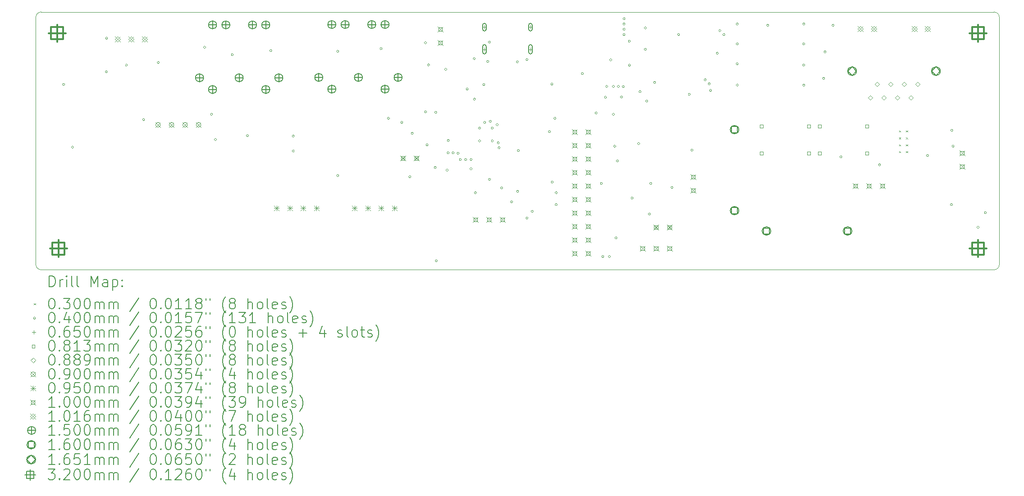
<source format=gbr>
%TF.GenerationSoftware,KiCad,Pcbnew,6.0.7-1.fc36*%
%TF.CreationDate,2023-03-25T15:58:43+11:00*%
%TF.ProjectId,MOOD-Motherboard-r0.1.1,4d4f4f44-2d4d-46f7-9468-6572626f6172,rev?*%
%TF.SameCoordinates,Original*%
%TF.FileFunction,Drillmap*%
%TF.FilePolarity,Positive*%
%FSLAX45Y45*%
G04 Gerber Fmt 4.5, Leading zero omitted, Abs format (unit mm)*
G04 Created by KiCad (PCBNEW 6.0.7-1.fc36) date 2023-03-25 15:58:43*
%MOMM*%
%LPD*%
G01*
G04 APERTURE LIST*
%ADD10C,0.100000*%
%ADD11C,0.200000*%
%ADD12C,0.030000*%
%ADD13C,0.040000*%
%ADD14C,0.065000*%
%ADD15C,0.081280*%
%ADD16C,0.088900*%
%ADD17C,0.090000*%
%ADD18C,0.095000*%
%ADD19C,0.101600*%
%ADD20C,0.150000*%
%ADD21C,0.160000*%
%ADD22C,0.165100*%
%ADD23C,0.320000*%
G04 APERTURE END LIST*
D10*
X8200000Y-2600000D02*
G75*
G03*
X8100000Y-2700000I0J-100000D01*
G01*
X8100000Y-7350000D02*
G75*
G03*
X8200000Y-7450000I100000J0D01*
G01*
X26100000Y-2600000D02*
X8200000Y-2600000D01*
X8200000Y-7450000D02*
X26100000Y-7450000D01*
X26200000Y-2700000D02*
G75*
G03*
X26100000Y-2600000I-100000J0D01*
G01*
X26200000Y-7350000D02*
X26200000Y-2700000D01*
X26100000Y-7450000D02*
G75*
G03*
X26200000Y-7350000I0J100000D01*
G01*
X8100000Y-2700000D02*
X8100000Y-7350000D01*
D11*
D12*
X24315000Y-4828500D02*
X24345000Y-4858500D01*
X24345000Y-4828500D02*
X24315000Y-4858500D01*
X24315000Y-4958500D02*
X24345000Y-4988500D01*
X24345000Y-4958500D02*
X24315000Y-4988500D01*
X24315000Y-5088500D02*
X24345000Y-5118500D01*
X24345000Y-5088500D02*
X24315000Y-5118500D01*
X24315000Y-5218500D02*
X24345000Y-5248500D01*
X24345000Y-5218500D02*
X24315000Y-5248500D01*
X24445000Y-4828500D02*
X24475000Y-4858500D01*
X24475000Y-4828500D02*
X24445000Y-4858500D01*
X24445000Y-4958500D02*
X24475000Y-4988500D01*
X24475000Y-4958500D02*
X24445000Y-4988500D01*
X24445000Y-5088500D02*
X24475000Y-5118500D01*
X24475000Y-5088500D02*
X24445000Y-5118500D01*
X24445000Y-5218500D02*
X24475000Y-5248500D01*
X24475000Y-5218500D02*
X24445000Y-5248500D01*
D13*
X8643300Y-3962400D02*
G75*
G03*
X8643300Y-3962400I-20000J0D01*
G01*
X8808400Y-5143500D02*
G75*
G03*
X8808400Y-5143500I-20000J0D01*
G01*
X9445000Y-3725000D02*
G75*
G03*
X9445000Y-3725000I-20000J0D01*
G01*
X9450940Y-3093720D02*
G75*
G03*
X9450940Y-3093720I-20000J0D01*
G01*
X9820000Y-3600000D02*
G75*
G03*
X9820000Y-3600000I-20000J0D01*
G01*
X10145000Y-4625000D02*
G75*
G03*
X10145000Y-4625000I-20000J0D01*
G01*
X10420000Y-3550000D02*
G75*
G03*
X10420000Y-3550000I-20000J0D01*
G01*
X11289900Y-3263900D02*
G75*
G03*
X11289900Y-3263900I-20000J0D01*
G01*
X11420000Y-4525000D02*
G75*
G03*
X11420000Y-4525000I-20000J0D01*
G01*
X11495000Y-5000000D02*
G75*
G03*
X11495000Y-5000000I-20000J0D01*
G01*
X11810600Y-3403600D02*
G75*
G03*
X11810600Y-3403600I-20000J0D01*
G01*
X12095000Y-4925000D02*
G75*
G03*
X12095000Y-4925000I-20000J0D01*
G01*
X12534500Y-3327400D02*
G75*
G03*
X12534500Y-3327400I-20000J0D01*
G01*
X12956300Y-4933700D02*
G75*
G03*
X12956300Y-4933700I-20000J0D01*
G01*
X12956300Y-5213700D02*
G75*
G03*
X12956300Y-5213700I-20000J0D01*
G01*
X13791800Y-3340100D02*
G75*
G03*
X13791800Y-3340100I-20000J0D01*
G01*
X13791800Y-5676900D02*
G75*
G03*
X13791800Y-5676900I-20000J0D01*
G01*
X14604600Y-3289300D02*
G75*
G03*
X14604600Y-3289300I-20000J0D01*
G01*
X14745000Y-4600000D02*
G75*
G03*
X14745000Y-4600000I-20000J0D01*
G01*
X14995000Y-4675000D02*
G75*
G03*
X14995000Y-4675000I-20000J0D01*
G01*
X15145000Y-5700000D02*
G75*
G03*
X15145000Y-5700000I-20000J0D01*
G01*
X15191340Y-4881880D02*
G75*
G03*
X15191340Y-4881880I-20000J0D01*
G01*
X15440260Y-3180080D02*
G75*
G03*
X15440260Y-3180080I-20000J0D01*
G01*
X15442200Y-4480000D02*
G75*
G03*
X15442200Y-4480000I-20000J0D01*
G01*
X15470000Y-5100000D02*
G75*
G03*
X15470000Y-5100000I-20000J0D01*
G01*
X15497200Y-3595000D02*
G75*
G03*
X15497200Y-3595000I-20000J0D01*
G01*
X15620000Y-5525000D02*
G75*
G03*
X15620000Y-5525000I-20000J0D01*
G01*
X15633300Y-4486700D02*
G75*
G03*
X15633300Y-4486700I-20000J0D01*
G01*
X15643460Y-7279640D02*
G75*
G03*
X15643460Y-7279640I-20000J0D01*
G01*
X15821260Y-3677920D02*
G75*
G03*
X15821260Y-3677920I-20000J0D01*
G01*
X15845000Y-5575000D02*
G75*
G03*
X15845000Y-5575000I-20000J0D01*
G01*
X15865512Y-5250042D02*
G75*
G03*
X15865512Y-5250042I-20000J0D01*
G01*
X15866980Y-5019040D02*
G75*
G03*
X15866980Y-5019040I-20000J0D01*
G01*
X15958158Y-5249179D02*
G75*
G03*
X15958158Y-5249179I-20000J0D01*
G01*
X16050587Y-5255587D02*
G75*
G03*
X16050587Y-5255587I-20000J0D01*
G01*
X16095000Y-5375000D02*
G75*
G03*
X16095000Y-5375000I-20000J0D01*
G01*
X16195000Y-5375000D02*
G75*
G03*
X16195000Y-5375000I-20000J0D01*
G01*
X16222580Y-4048760D02*
G75*
G03*
X16222580Y-4048760I-20000J0D01*
G01*
X16295000Y-5375000D02*
G75*
G03*
X16295000Y-5375000I-20000J0D01*
G01*
X16295000Y-5550000D02*
G75*
G03*
X16295000Y-5550000I-20000J0D01*
G01*
X16354660Y-3477260D02*
G75*
G03*
X16354660Y-3477260I-20000J0D01*
G01*
X16359740Y-4239260D02*
G75*
G03*
X16359740Y-4239260I-20000J0D01*
G01*
X16377740Y-5999880D02*
G75*
G03*
X16377740Y-5999880I-20000J0D01*
G01*
X16454700Y-4785000D02*
G75*
G03*
X16454700Y-4785000I-20000J0D01*
G01*
X16454700Y-5025000D02*
G75*
G03*
X16454700Y-5025000I-20000J0D01*
G01*
X16537200Y-3965000D02*
G75*
G03*
X16537200Y-3965000I-20000J0D01*
G01*
X16552200Y-4677500D02*
G75*
G03*
X16552200Y-4677500I-20000J0D01*
G01*
X16608660Y-3530600D02*
G75*
G03*
X16608660Y-3530600I-20000J0D01*
G01*
X16639140Y-3164840D02*
G75*
G03*
X16639140Y-3164840I-20000J0D01*
G01*
X16642430Y-5747615D02*
G75*
G03*
X16642430Y-5747615I-20000J0D01*
G01*
X16656757Y-4657046D02*
G75*
G03*
X16656757Y-4657046I-20000J0D01*
G01*
X16694700Y-4785000D02*
G75*
G03*
X16694700Y-4785000I-20000J0D01*
G01*
X16694700Y-5025000D02*
G75*
G03*
X16694700Y-5025000I-20000J0D01*
G01*
X16784700Y-4720000D02*
G75*
G03*
X16784700Y-4720000I-20000J0D01*
G01*
X16805441Y-5060441D02*
G75*
G03*
X16805441Y-5060441I-20000J0D01*
G01*
X16820818Y-5153626D02*
G75*
G03*
X16820818Y-5153626I-20000J0D01*
G01*
X16867740Y-5909880D02*
G75*
G03*
X16867740Y-5909880I-20000J0D01*
G01*
X17057740Y-6169880D02*
G75*
G03*
X17057740Y-6169880I-20000J0D01*
G01*
X17167460Y-3538220D02*
G75*
G03*
X17167460Y-3538220I-20000J0D01*
G01*
X17170000Y-5975000D02*
G75*
G03*
X17170000Y-5975000I-20000J0D01*
G01*
X17186207Y-5207000D02*
G75*
G03*
X17186207Y-5207000I-20000J0D01*
G01*
X17345000Y-6475000D02*
G75*
G03*
X17345000Y-6475000I-20000J0D01*
G01*
X17345260Y-3495040D02*
G75*
G03*
X17345260Y-3495040I-20000J0D01*
G01*
X17445000Y-6350000D02*
G75*
G03*
X17445000Y-6350000I-20000J0D01*
G01*
X17770000Y-4850000D02*
G75*
G03*
X17770000Y-4850000I-20000J0D01*
G01*
X17814700Y-3957500D02*
G75*
G03*
X17814700Y-3957500I-20000J0D01*
G01*
X17820000Y-5800000D02*
G75*
G03*
X17820000Y-5800000I-20000J0D01*
G01*
X17870000Y-4600000D02*
G75*
G03*
X17870000Y-4600000I-20000J0D01*
G01*
X17895000Y-6000000D02*
G75*
G03*
X17895000Y-6000000I-20000J0D01*
G01*
X17895000Y-6225000D02*
G75*
G03*
X17895000Y-6225000I-20000J0D01*
G01*
X18386660Y-3759200D02*
G75*
G03*
X18386660Y-3759200I-20000J0D01*
G01*
X18645000Y-4500000D02*
G75*
G03*
X18645000Y-4500000I-20000J0D01*
G01*
X18745000Y-5825000D02*
G75*
G03*
X18745000Y-5825000I-20000J0D01*
G01*
X18770000Y-7200000D02*
G75*
G03*
X18770000Y-7200000I-20000J0D01*
G01*
X18820000Y-4203850D02*
G75*
G03*
X18820000Y-4203850I-20000J0D01*
G01*
X18845000Y-4000000D02*
G75*
G03*
X18845000Y-4000000I-20000J0D01*
G01*
X18895000Y-7200000D02*
G75*
G03*
X18895000Y-7200000I-20000J0D01*
G01*
X18920000Y-3500000D02*
G75*
G03*
X18920000Y-3500000I-20000J0D01*
G01*
X18970000Y-4525000D02*
G75*
G03*
X18970000Y-4525000I-20000J0D01*
G01*
X18970670Y-4000000D02*
G75*
G03*
X18970670Y-4000000I-20000J0D01*
G01*
X18995000Y-5125000D02*
G75*
G03*
X18995000Y-5125000I-20000J0D01*
G01*
X19020000Y-6850000D02*
G75*
G03*
X19020000Y-6850000I-20000J0D01*
G01*
X19045000Y-5400000D02*
G75*
G03*
X19045000Y-5400000I-20000J0D01*
G01*
X19063320Y-4000000D02*
G75*
G03*
X19063320Y-4000000I-20000J0D01*
G01*
X19120000Y-4200000D02*
G75*
G03*
X19120000Y-4200000I-20000J0D01*
G01*
X19155889Y-4003880D02*
G75*
G03*
X19155889Y-4003880I-20000J0D01*
G01*
X19170000Y-2725000D02*
G75*
G03*
X19170000Y-2725000I-20000J0D01*
G01*
X19170000Y-2825000D02*
G75*
G03*
X19170000Y-2825000I-20000J0D01*
G01*
X19170000Y-2925000D02*
G75*
G03*
X19170000Y-2925000I-20000J0D01*
G01*
X19170000Y-3025000D02*
G75*
G03*
X19170000Y-3025000I-20000J0D01*
G01*
X19270000Y-3150000D02*
G75*
G03*
X19270000Y-3150000I-20000J0D01*
G01*
X19270000Y-3600000D02*
G75*
G03*
X19270000Y-3600000I-20000J0D01*
G01*
X19320000Y-6100000D02*
G75*
G03*
X19320000Y-6100000I-20000J0D01*
G01*
X19445000Y-5075000D02*
G75*
G03*
X19445000Y-5075000I-20000J0D01*
G01*
X19470000Y-4100000D02*
G75*
G03*
X19470000Y-4100000I-20000J0D01*
G01*
X19570000Y-2900000D02*
G75*
G03*
X19570000Y-2900000I-20000J0D01*
G01*
X19570000Y-3300000D02*
G75*
G03*
X19570000Y-3300000I-20000J0D01*
G01*
X19595000Y-4275000D02*
G75*
G03*
X19595000Y-4275000I-20000J0D01*
G01*
X19645000Y-6400000D02*
G75*
G03*
X19645000Y-6400000I-20000J0D01*
G01*
X19670000Y-5825000D02*
G75*
G03*
X19670000Y-5825000I-20000J0D01*
G01*
X19745000Y-3925000D02*
G75*
G03*
X19745000Y-3925000I-20000J0D01*
G01*
X20070500Y-5900000D02*
G75*
G03*
X20070500Y-5900000I-20000J0D01*
G01*
X20195000Y-3025000D02*
G75*
G03*
X20195000Y-3025000I-20000J0D01*
G01*
X20395000Y-4150000D02*
G75*
G03*
X20395000Y-4150000I-20000J0D01*
G01*
X20445000Y-5200000D02*
G75*
G03*
X20445000Y-5200000I-20000J0D01*
G01*
X20695000Y-3875000D02*
G75*
G03*
X20695000Y-3875000I-20000J0D01*
G01*
X20770000Y-3950000D02*
G75*
G03*
X20770000Y-3950000I-20000J0D01*
G01*
X20795000Y-4075000D02*
G75*
G03*
X20795000Y-4075000I-20000J0D01*
G01*
X20920000Y-3375000D02*
G75*
G03*
X20920000Y-3375000I-20000J0D01*
G01*
X20970000Y-2950000D02*
G75*
G03*
X20970000Y-2950000I-20000J0D01*
G01*
X21045000Y-3025000D02*
G75*
G03*
X21045000Y-3025000I-20000J0D01*
G01*
X21296500Y-2825500D02*
G75*
G03*
X21296500Y-2825500I-20000J0D01*
G01*
X21296500Y-3200500D02*
G75*
G03*
X21296500Y-3200500I-20000J0D01*
G01*
X21296500Y-3575500D02*
G75*
G03*
X21296500Y-3575500I-20000J0D01*
G01*
X21296500Y-3975500D02*
G75*
G03*
X21296500Y-3975500I-20000J0D01*
G01*
X21870000Y-2850000D02*
G75*
G03*
X21870000Y-2850000I-20000J0D01*
G01*
X22545500Y-3599500D02*
G75*
G03*
X22545500Y-3599500I-20000J0D01*
G01*
X22546500Y-2825500D02*
G75*
G03*
X22546500Y-2825500I-20000J0D01*
G01*
X22546500Y-3200500D02*
G75*
G03*
X22546500Y-3200500I-20000J0D01*
G01*
X22546500Y-3975500D02*
G75*
G03*
X22546500Y-3975500I-20000J0D01*
G01*
X22920000Y-3850000D02*
G75*
G03*
X22920000Y-3850000I-20000J0D01*
G01*
X22945000Y-3350000D02*
G75*
G03*
X22945000Y-3350000I-20000J0D01*
G01*
X23095000Y-2850000D02*
G75*
G03*
X23095000Y-2850000I-20000J0D01*
G01*
X23245000Y-5325000D02*
G75*
G03*
X23245000Y-5325000I-20000J0D01*
G01*
X23970000Y-5475000D02*
G75*
G03*
X23970000Y-5475000I-20000J0D01*
G01*
X24870000Y-5300000D02*
G75*
G03*
X24870000Y-5300000I-20000J0D01*
G01*
X25320000Y-6225000D02*
G75*
G03*
X25320000Y-6225000I-20000J0D01*
G01*
X25326250Y-4825000D02*
G75*
G03*
X25326250Y-4825000I-20000J0D01*
G01*
X25351250Y-5125000D02*
G75*
G03*
X25351250Y-5125000I-20000J0D01*
G01*
X25820000Y-6650000D02*
G75*
G03*
X25820000Y-6650000I-20000J0D01*
G01*
X25958345Y-6375000D02*
G75*
G03*
X25958345Y-6375000I-20000J0D01*
G01*
D14*
X16527000Y-2852940D02*
X16527000Y-2917940D01*
X16494500Y-2885440D02*
X16559500Y-2885440D01*
D11*
X16559500Y-2925440D02*
X16559500Y-2845440D01*
X16494500Y-2925440D02*
X16494500Y-2845440D01*
X16559500Y-2845440D02*
G75*
G03*
X16494500Y-2845440I-32500J0D01*
G01*
X16494500Y-2925440D02*
G75*
G03*
X16559500Y-2925440I32500J0D01*
G01*
D14*
X16527000Y-3269940D02*
X16527000Y-3334940D01*
X16494500Y-3302440D02*
X16559500Y-3302440D01*
D11*
X16559500Y-3357440D02*
X16559500Y-3247440D01*
X16494500Y-3357440D02*
X16494500Y-3247440D01*
X16559500Y-3247440D02*
G75*
G03*
X16494500Y-3247440I-32500J0D01*
G01*
X16494500Y-3357440D02*
G75*
G03*
X16559500Y-3357440I32500J0D01*
G01*
D14*
X17392000Y-2852940D02*
X17392000Y-2917940D01*
X17359500Y-2885440D02*
X17424500Y-2885440D01*
D11*
X17424500Y-2925440D02*
X17424500Y-2845440D01*
X17359500Y-2925440D02*
X17359500Y-2845440D01*
X17424500Y-2845440D02*
G75*
G03*
X17359500Y-2845440I-32500J0D01*
G01*
X17359500Y-2925440D02*
G75*
G03*
X17424500Y-2925440I32500J0D01*
G01*
D14*
X17392000Y-3269940D02*
X17392000Y-3334940D01*
X17359500Y-3302440D02*
X17424500Y-3302440D01*
D11*
X17424500Y-3357440D02*
X17424500Y-3247440D01*
X17359500Y-3357440D02*
X17359500Y-3247440D01*
X17424500Y-3247440D02*
G75*
G03*
X17359500Y-3247440I-32500J0D01*
G01*
X17359500Y-3357440D02*
G75*
G03*
X17424500Y-3357440I32500J0D01*
G01*
D15*
X21759237Y-4776515D02*
X21759237Y-4719040D01*
X21701763Y-4719040D01*
X21701763Y-4776515D01*
X21759237Y-4776515D01*
X21759237Y-5284515D02*
X21759237Y-5227040D01*
X21701763Y-5227040D01*
X21701763Y-5284515D01*
X21759237Y-5284515D01*
X22648237Y-4776515D02*
X22648237Y-4719040D01*
X22590763Y-4719040D01*
X22590763Y-4776515D01*
X22648237Y-4776515D01*
X22648237Y-5284515D02*
X22648237Y-5227040D01*
X22590763Y-5227040D01*
X22590763Y-5284515D01*
X22648237Y-5284515D01*
X22853737Y-4778737D02*
X22853737Y-4721263D01*
X22796263Y-4721263D01*
X22796263Y-4778737D01*
X22853737Y-4778737D01*
X22853737Y-5286737D02*
X22853737Y-5229263D01*
X22796263Y-5229263D01*
X22796263Y-5286737D01*
X22853737Y-5286737D01*
X23742737Y-4778737D02*
X23742737Y-4721263D01*
X23685263Y-4721263D01*
X23685263Y-4778737D01*
X23742737Y-4778737D01*
X23742737Y-5286737D02*
X23742737Y-5229263D01*
X23685263Y-5229263D01*
X23685263Y-5286737D01*
X23742737Y-5286737D01*
D16*
X23777000Y-4258450D02*
X23821450Y-4214000D01*
X23777000Y-4169550D01*
X23732550Y-4214000D01*
X23777000Y-4258450D01*
X23904000Y-4004450D02*
X23948450Y-3960000D01*
X23904000Y-3915550D01*
X23859550Y-3960000D01*
X23904000Y-4004450D01*
X24031000Y-4258450D02*
X24075450Y-4214000D01*
X24031000Y-4169550D01*
X23986550Y-4214000D01*
X24031000Y-4258450D01*
X24158000Y-4004450D02*
X24202450Y-3960000D01*
X24158000Y-3915550D01*
X24113550Y-3960000D01*
X24158000Y-4004450D01*
X24285000Y-4258450D02*
X24329450Y-4214000D01*
X24285000Y-4169550D01*
X24240550Y-4214000D01*
X24285000Y-4258450D01*
X24412000Y-4004450D02*
X24456450Y-3960000D01*
X24412000Y-3915550D01*
X24367550Y-3960000D01*
X24412000Y-4004450D01*
X24539000Y-4258450D02*
X24583450Y-4214000D01*
X24539000Y-4169550D01*
X24494550Y-4214000D01*
X24539000Y-4258450D01*
X24666000Y-4004450D02*
X24710450Y-3960000D01*
X24666000Y-3915550D01*
X24621550Y-3960000D01*
X24666000Y-4004450D01*
D17*
X10351250Y-4676750D02*
X10441250Y-4766750D01*
X10441250Y-4676750D02*
X10351250Y-4766750D01*
X10441250Y-4721750D02*
G75*
G03*
X10441250Y-4721750I-45000J0D01*
G01*
X10605250Y-4676750D02*
X10695250Y-4766750D01*
X10695250Y-4676750D02*
X10605250Y-4766750D01*
X10695250Y-4721750D02*
G75*
G03*
X10695250Y-4721750I-45000J0D01*
G01*
X10859250Y-4676750D02*
X10949250Y-4766750D01*
X10949250Y-4676750D02*
X10859250Y-4766750D01*
X10949250Y-4721750D02*
G75*
G03*
X10949250Y-4721750I-45000J0D01*
G01*
X11113250Y-4676750D02*
X11203250Y-4766750D01*
X11203250Y-4676750D02*
X11113250Y-4766750D01*
X11203250Y-4721750D02*
G75*
G03*
X11203250Y-4721750I-45000J0D01*
G01*
D18*
X12574600Y-6240700D02*
X12669600Y-6335700D01*
X12669600Y-6240700D02*
X12574600Y-6335700D01*
X12622100Y-6240700D02*
X12622100Y-6335700D01*
X12574600Y-6288200D02*
X12669600Y-6288200D01*
X12824600Y-6240700D02*
X12919600Y-6335700D01*
X12919600Y-6240700D02*
X12824600Y-6335700D01*
X12872100Y-6240700D02*
X12872100Y-6335700D01*
X12824600Y-6288200D02*
X12919600Y-6288200D01*
X13074600Y-6240700D02*
X13169600Y-6335700D01*
X13169600Y-6240700D02*
X13074600Y-6335700D01*
X13122100Y-6240700D02*
X13122100Y-6335700D01*
X13074600Y-6288200D02*
X13169600Y-6288200D01*
X13324600Y-6240700D02*
X13419600Y-6335700D01*
X13419600Y-6240700D02*
X13324600Y-6335700D01*
X13372100Y-6240700D02*
X13372100Y-6335700D01*
X13324600Y-6288200D02*
X13419600Y-6288200D01*
X14039500Y-6240700D02*
X14134500Y-6335700D01*
X14134500Y-6240700D02*
X14039500Y-6335700D01*
X14087000Y-6240700D02*
X14087000Y-6335700D01*
X14039500Y-6288200D02*
X14134500Y-6288200D01*
X14289500Y-6240700D02*
X14384500Y-6335700D01*
X14384500Y-6240700D02*
X14289500Y-6335700D01*
X14337000Y-6240700D02*
X14337000Y-6335700D01*
X14289500Y-6288200D02*
X14384500Y-6288200D01*
X14539500Y-6240700D02*
X14634500Y-6335700D01*
X14634500Y-6240700D02*
X14539500Y-6335700D01*
X14587000Y-6240700D02*
X14587000Y-6335700D01*
X14539500Y-6288200D02*
X14634500Y-6288200D01*
X14789500Y-6240700D02*
X14884500Y-6335700D01*
X14884500Y-6240700D02*
X14789500Y-6335700D01*
X14837000Y-6240700D02*
X14837000Y-6335700D01*
X14789500Y-6288200D02*
X14884500Y-6288200D01*
D10*
X14948500Y-5300000D02*
X15048500Y-5400000D01*
X15048500Y-5300000D02*
X14948500Y-5400000D01*
X15033856Y-5385356D02*
X15033856Y-5314644D01*
X14963144Y-5314644D01*
X14963144Y-5385356D01*
X15033856Y-5385356D01*
X15202500Y-5300000D02*
X15302500Y-5400000D01*
X15302500Y-5300000D02*
X15202500Y-5400000D01*
X15287856Y-5385356D02*
X15287856Y-5314644D01*
X15217144Y-5314644D01*
X15217144Y-5385356D01*
X15287856Y-5385356D01*
X15649660Y-2876580D02*
X15749660Y-2976580D01*
X15749660Y-2876580D02*
X15649660Y-2976580D01*
X15735016Y-2961936D02*
X15735016Y-2891224D01*
X15664304Y-2891224D01*
X15664304Y-2961936D01*
X15735016Y-2961936D01*
X15649660Y-3130580D02*
X15749660Y-3230580D01*
X15749660Y-3130580D02*
X15649660Y-3230580D01*
X15735016Y-3215936D02*
X15735016Y-3145224D01*
X15664304Y-3145224D01*
X15664304Y-3215936D01*
X15735016Y-3215936D01*
X16306680Y-6454160D02*
X16406680Y-6554160D01*
X16406680Y-6454160D02*
X16306680Y-6554160D01*
X16392036Y-6539516D02*
X16392036Y-6468804D01*
X16321324Y-6468804D01*
X16321324Y-6539516D01*
X16392036Y-6539516D01*
X16560680Y-6454160D02*
X16660680Y-6554160D01*
X16660680Y-6454160D02*
X16560680Y-6554160D01*
X16646036Y-6539516D02*
X16646036Y-6468804D01*
X16575324Y-6468804D01*
X16575324Y-6539516D01*
X16646036Y-6539516D01*
X16814680Y-6454160D02*
X16914680Y-6554160D01*
X16914680Y-6454160D02*
X16814680Y-6554160D01*
X16900036Y-6539516D02*
X16900036Y-6468804D01*
X16829324Y-6468804D01*
X16829324Y-6539516D01*
X16900036Y-6539516D01*
X18173500Y-4806500D02*
X18273500Y-4906500D01*
X18273500Y-4806500D02*
X18173500Y-4906500D01*
X18258856Y-4891856D02*
X18258856Y-4821144D01*
X18188144Y-4821144D01*
X18188144Y-4891856D01*
X18258856Y-4891856D01*
X18173500Y-5060500D02*
X18273500Y-5160500D01*
X18273500Y-5060500D02*
X18173500Y-5160500D01*
X18258856Y-5145856D02*
X18258856Y-5075144D01*
X18188144Y-5075144D01*
X18188144Y-5145856D01*
X18258856Y-5145856D01*
X18173500Y-5314500D02*
X18273500Y-5414500D01*
X18273500Y-5314500D02*
X18173500Y-5414500D01*
X18258856Y-5399856D02*
X18258856Y-5329144D01*
X18188144Y-5329144D01*
X18188144Y-5399856D01*
X18258856Y-5399856D01*
X18173500Y-5568500D02*
X18273500Y-5668500D01*
X18273500Y-5568500D02*
X18173500Y-5668500D01*
X18258856Y-5653856D02*
X18258856Y-5583144D01*
X18188144Y-5583144D01*
X18188144Y-5653856D01*
X18258856Y-5653856D01*
X18173500Y-5822500D02*
X18273500Y-5922500D01*
X18273500Y-5822500D02*
X18173500Y-5922500D01*
X18258856Y-5907856D02*
X18258856Y-5837144D01*
X18188144Y-5837144D01*
X18188144Y-5907856D01*
X18258856Y-5907856D01*
X18173500Y-6076500D02*
X18273500Y-6176500D01*
X18273500Y-6076500D02*
X18173500Y-6176500D01*
X18258856Y-6161856D02*
X18258856Y-6091144D01*
X18188144Y-6091144D01*
X18188144Y-6161856D01*
X18258856Y-6161856D01*
X18173500Y-6330500D02*
X18273500Y-6430500D01*
X18273500Y-6330500D02*
X18173500Y-6430500D01*
X18258856Y-6415856D02*
X18258856Y-6345144D01*
X18188144Y-6345144D01*
X18188144Y-6415856D01*
X18258856Y-6415856D01*
X18173500Y-6584500D02*
X18273500Y-6684500D01*
X18273500Y-6584500D02*
X18173500Y-6684500D01*
X18258856Y-6669856D02*
X18258856Y-6599144D01*
X18188144Y-6599144D01*
X18188144Y-6669856D01*
X18258856Y-6669856D01*
X18173500Y-6838500D02*
X18273500Y-6938500D01*
X18273500Y-6838500D02*
X18173500Y-6938500D01*
X18258856Y-6923856D02*
X18258856Y-6853144D01*
X18188144Y-6853144D01*
X18188144Y-6923856D01*
X18258856Y-6923856D01*
X18173500Y-7092500D02*
X18273500Y-7192500D01*
X18273500Y-7092500D02*
X18173500Y-7192500D01*
X18258856Y-7177856D02*
X18258856Y-7107144D01*
X18188144Y-7107144D01*
X18188144Y-7177856D01*
X18258856Y-7177856D01*
X18427500Y-4806500D02*
X18527500Y-4906500D01*
X18527500Y-4806500D02*
X18427500Y-4906500D01*
X18512856Y-4891856D02*
X18512856Y-4821144D01*
X18442144Y-4821144D01*
X18442144Y-4891856D01*
X18512856Y-4891856D01*
X18427500Y-5060500D02*
X18527500Y-5160500D01*
X18527500Y-5060500D02*
X18427500Y-5160500D01*
X18512856Y-5145856D02*
X18512856Y-5075144D01*
X18442144Y-5075144D01*
X18442144Y-5145856D01*
X18512856Y-5145856D01*
X18427500Y-5314500D02*
X18527500Y-5414500D01*
X18527500Y-5314500D02*
X18427500Y-5414500D01*
X18512856Y-5399856D02*
X18512856Y-5329144D01*
X18442144Y-5329144D01*
X18442144Y-5399856D01*
X18512856Y-5399856D01*
X18427500Y-5568500D02*
X18527500Y-5668500D01*
X18527500Y-5568500D02*
X18427500Y-5668500D01*
X18512856Y-5653856D02*
X18512856Y-5583144D01*
X18442144Y-5583144D01*
X18442144Y-5653856D01*
X18512856Y-5653856D01*
X18427500Y-5822500D02*
X18527500Y-5922500D01*
X18527500Y-5822500D02*
X18427500Y-5922500D01*
X18512856Y-5907856D02*
X18512856Y-5837144D01*
X18442144Y-5837144D01*
X18442144Y-5907856D01*
X18512856Y-5907856D01*
X18427500Y-6076500D02*
X18527500Y-6176500D01*
X18527500Y-6076500D02*
X18427500Y-6176500D01*
X18512856Y-6161856D02*
X18512856Y-6091144D01*
X18442144Y-6091144D01*
X18442144Y-6161856D01*
X18512856Y-6161856D01*
X18427500Y-6330500D02*
X18527500Y-6430500D01*
X18527500Y-6330500D02*
X18427500Y-6430500D01*
X18512856Y-6415856D02*
X18512856Y-6345144D01*
X18442144Y-6345144D01*
X18442144Y-6415856D01*
X18512856Y-6415856D01*
X18427500Y-6584500D02*
X18527500Y-6684500D01*
X18527500Y-6584500D02*
X18427500Y-6684500D01*
X18512856Y-6669856D02*
X18512856Y-6599144D01*
X18442144Y-6599144D01*
X18442144Y-6669856D01*
X18512856Y-6669856D01*
X18427500Y-6838500D02*
X18527500Y-6938500D01*
X18527500Y-6838500D02*
X18427500Y-6938500D01*
X18512856Y-6923856D02*
X18512856Y-6853144D01*
X18442144Y-6853144D01*
X18442144Y-6923856D01*
X18512856Y-6923856D01*
X18427500Y-7092500D02*
X18527500Y-7192500D01*
X18527500Y-7092500D02*
X18427500Y-7192500D01*
X18512856Y-7177856D02*
X18512856Y-7107144D01*
X18442144Y-7107144D01*
X18442144Y-7177856D01*
X18512856Y-7177856D01*
X19447500Y-7000000D02*
X19547500Y-7100000D01*
X19547500Y-7000000D02*
X19447500Y-7100000D01*
X19532856Y-7085356D02*
X19532856Y-7014644D01*
X19462144Y-7014644D01*
X19462144Y-7085356D01*
X19532856Y-7085356D01*
X19700000Y-6600000D02*
X19800000Y-6700000D01*
X19800000Y-6600000D02*
X19700000Y-6700000D01*
X19785356Y-6685356D02*
X19785356Y-6614644D01*
X19714644Y-6614644D01*
X19714644Y-6685356D01*
X19785356Y-6685356D01*
X19701500Y-7000000D02*
X19801500Y-7100000D01*
X19801500Y-7000000D02*
X19701500Y-7100000D01*
X19786856Y-7085356D02*
X19786856Y-7014644D01*
X19716144Y-7014644D01*
X19716144Y-7085356D01*
X19786856Y-7085356D01*
X19954000Y-6600000D02*
X20054000Y-6700000D01*
X20054000Y-6600000D02*
X19954000Y-6700000D01*
X20039356Y-6685356D02*
X20039356Y-6614644D01*
X19968644Y-6614644D01*
X19968644Y-6685356D01*
X20039356Y-6685356D01*
X19955500Y-7000000D02*
X20055500Y-7100000D01*
X20055500Y-7000000D02*
X19955500Y-7100000D01*
X20040856Y-7085356D02*
X20040856Y-7014644D01*
X19970144Y-7014644D01*
X19970144Y-7085356D01*
X20040856Y-7085356D01*
X20400000Y-5650000D02*
X20500000Y-5750000D01*
X20500000Y-5650000D02*
X20400000Y-5750000D01*
X20485356Y-5735356D02*
X20485356Y-5664644D01*
X20414644Y-5664644D01*
X20414644Y-5735356D01*
X20485356Y-5735356D01*
X20400000Y-5904000D02*
X20500000Y-6004000D01*
X20500000Y-5904000D02*
X20400000Y-6004000D01*
X20485356Y-5989356D02*
X20485356Y-5918644D01*
X20414644Y-5918644D01*
X20414644Y-5989356D01*
X20485356Y-5989356D01*
X23444500Y-5824000D02*
X23544500Y-5924000D01*
X23544500Y-5824000D02*
X23444500Y-5924000D01*
X23529856Y-5909356D02*
X23529856Y-5838644D01*
X23459144Y-5838644D01*
X23459144Y-5909356D01*
X23529856Y-5909356D01*
X23698500Y-5824000D02*
X23798500Y-5924000D01*
X23798500Y-5824000D02*
X23698500Y-5924000D01*
X23783856Y-5909356D02*
X23783856Y-5838644D01*
X23713144Y-5838644D01*
X23713144Y-5909356D01*
X23783856Y-5909356D01*
X23952500Y-5824000D02*
X24052500Y-5924000D01*
X24052500Y-5824000D02*
X23952500Y-5924000D01*
X24037856Y-5909356D02*
X24037856Y-5838644D01*
X23967144Y-5838644D01*
X23967144Y-5909356D01*
X24037856Y-5909356D01*
X25450000Y-5205000D02*
X25550000Y-5305000D01*
X25550000Y-5205000D02*
X25450000Y-5305000D01*
X25535356Y-5290356D02*
X25535356Y-5219644D01*
X25464644Y-5219644D01*
X25464644Y-5290356D01*
X25535356Y-5290356D01*
X25450000Y-5459000D02*
X25550000Y-5559000D01*
X25550000Y-5459000D02*
X25450000Y-5559000D01*
X25535356Y-5544356D02*
X25535356Y-5473644D01*
X25464644Y-5473644D01*
X25464644Y-5544356D01*
X25535356Y-5544356D01*
D19*
X9588900Y-3063400D02*
X9690500Y-3165000D01*
X9690500Y-3063400D02*
X9588900Y-3165000D01*
X9639700Y-3165000D02*
X9690500Y-3114200D01*
X9639700Y-3063400D01*
X9588900Y-3114200D01*
X9639700Y-3165000D01*
X9842900Y-3063400D02*
X9944500Y-3165000D01*
X9944500Y-3063400D02*
X9842900Y-3165000D01*
X9893700Y-3165000D02*
X9944500Y-3114200D01*
X9893700Y-3063400D01*
X9842900Y-3114200D01*
X9893700Y-3165000D01*
X10096900Y-3063400D02*
X10198500Y-3165000D01*
X10198500Y-3063400D02*
X10096900Y-3165000D01*
X10147700Y-3165000D02*
X10198500Y-3114200D01*
X10147700Y-3063400D01*
X10096900Y-3114200D01*
X10147700Y-3165000D01*
X23540780Y-2862720D02*
X23642380Y-2964320D01*
X23642380Y-2862720D02*
X23540780Y-2964320D01*
X23591580Y-2964320D02*
X23642380Y-2913520D01*
X23591580Y-2862720D01*
X23540780Y-2913520D01*
X23591580Y-2964320D01*
X23792240Y-2862720D02*
X23893840Y-2964320D01*
X23893840Y-2862720D02*
X23792240Y-2964320D01*
X23843040Y-2964320D02*
X23893840Y-2913520D01*
X23843040Y-2862720D01*
X23792240Y-2913520D01*
X23843040Y-2964320D01*
X24551700Y-2862720D02*
X24653300Y-2964320D01*
X24653300Y-2862720D02*
X24551700Y-2964320D01*
X24602500Y-2964320D02*
X24653300Y-2913520D01*
X24602500Y-2862720D01*
X24551700Y-2913520D01*
X24602500Y-2964320D01*
X24803160Y-2862720D02*
X24904760Y-2964320D01*
X24904760Y-2862720D02*
X24803160Y-2964320D01*
X24853960Y-2964320D02*
X24904760Y-2913520D01*
X24853960Y-2862720D01*
X24803160Y-2913520D01*
X24853960Y-2964320D01*
D20*
X11175000Y-3762900D02*
X11175000Y-3912900D01*
X11100000Y-3837900D02*
X11250000Y-3837900D01*
X11250000Y-3837900D02*
G75*
G03*
X11250000Y-3837900I-75000J0D01*
G01*
X11420000Y-2767900D02*
X11420000Y-2917900D01*
X11345000Y-2842900D02*
X11495000Y-2842900D01*
X11495000Y-2842900D02*
G75*
G03*
X11495000Y-2842900I-75000J0D01*
G01*
X11420000Y-3982900D02*
X11420000Y-4132900D01*
X11345000Y-4057900D02*
X11495000Y-4057900D01*
X11495000Y-4057900D02*
G75*
G03*
X11495000Y-4057900I-75000J0D01*
G01*
X11670000Y-2767900D02*
X11670000Y-2917900D01*
X11595000Y-2842900D02*
X11745000Y-2842900D01*
X11745000Y-2842900D02*
G75*
G03*
X11745000Y-2842900I-75000J0D01*
G01*
X11920000Y-3762900D02*
X11920000Y-3912900D01*
X11845000Y-3837900D02*
X11995000Y-3837900D01*
X11995000Y-3837900D02*
G75*
G03*
X11995000Y-3837900I-75000J0D01*
G01*
X12170000Y-2767900D02*
X12170000Y-2917900D01*
X12095000Y-2842900D02*
X12245000Y-2842900D01*
X12245000Y-2842900D02*
G75*
G03*
X12245000Y-2842900I-75000J0D01*
G01*
X12420000Y-2767900D02*
X12420000Y-2917900D01*
X12345000Y-2842900D02*
X12495000Y-2842900D01*
X12495000Y-2842900D02*
G75*
G03*
X12495000Y-2842900I-75000J0D01*
G01*
X12420000Y-3982900D02*
X12420000Y-4132900D01*
X12345000Y-4057900D02*
X12495000Y-4057900D01*
X12495000Y-4057900D02*
G75*
G03*
X12495000Y-4057900I-75000J0D01*
G01*
X12665000Y-3762900D02*
X12665000Y-3912900D01*
X12590000Y-3837900D02*
X12740000Y-3837900D01*
X12740000Y-3837900D02*
G75*
G03*
X12740000Y-3837900I-75000J0D01*
G01*
X13415200Y-3756300D02*
X13415200Y-3906300D01*
X13340200Y-3831300D02*
X13490200Y-3831300D01*
X13490200Y-3831300D02*
G75*
G03*
X13490200Y-3831300I-75000J0D01*
G01*
X13660200Y-2761300D02*
X13660200Y-2911300D01*
X13585200Y-2836300D02*
X13735200Y-2836300D01*
X13735200Y-2836300D02*
G75*
G03*
X13735200Y-2836300I-75000J0D01*
G01*
X13660200Y-3976300D02*
X13660200Y-4126300D01*
X13585200Y-4051300D02*
X13735200Y-4051300D01*
X13735200Y-4051300D02*
G75*
G03*
X13735200Y-4051300I-75000J0D01*
G01*
X13910200Y-2761300D02*
X13910200Y-2911300D01*
X13835200Y-2836300D02*
X13985200Y-2836300D01*
X13985200Y-2836300D02*
G75*
G03*
X13985200Y-2836300I-75000J0D01*
G01*
X14160200Y-3756300D02*
X14160200Y-3906300D01*
X14085200Y-3831300D02*
X14235200Y-3831300D01*
X14235200Y-3831300D02*
G75*
G03*
X14235200Y-3831300I-75000J0D01*
G01*
X14410200Y-2761300D02*
X14410200Y-2911300D01*
X14335200Y-2836300D02*
X14485200Y-2836300D01*
X14485200Y-2836300D02*
G75*
G03*
X14485200Y-2836300I-75000J0D01*
G01*
X14660200Y-2761300D02*
X14660200Y-2911300D01*
X14585200Y-2836300D02*
X14735200Y-2836300D01*
X14735200Y-2836300D02*
G75*
G03*
X14735200Y-2836300I-75000J0D01*
G01*
X14660200Y-3976300D02*
X14660200Y-4126300D01*
X14585200Y-4051300D02*
X14735200Y-4051300D01*
X14735200Y-4051300D02*
G75*
G03*
X14735200Y-4051300I-75000J0D01*
G01*
X14905200Y-3756300D02*
X14905200Y-3906300D01*
X14830200Y-3831300D02*
X14980200Y-3831300D01*
X14980200Y-3831300D02*
G75*
G03*
X14980200Y-3831300I-75000J0D01*
G01*
D21*
X21281569Y-4869569D02*
X21281569Y-4756431D01*
X21168431Y-4756431D01*
X21168431Y-4869569D01*
X21281569Y-4869569D01*
X21305000Y-4813000D02*
G75*
G03*
X21305000Y-4813000I-80000J0D01*
G01*
X21281569Y-6393569D02*
X21281569Y-6280431D01*
X21168431Y-6280431D01*
X21168431Y-6393569D01*
X21281569Y-6393569D01*
X21305000Y-6337000D02*
G75*
G03*
X21305000Y-6337000I-80000J0D01*
G01*
X21881569Y-6776569D02*
X21881569Y-6663431D01*
X21768431Y-6663431D01*
X21768431Y-6776569D01*
X21881569Y-6776569D01*
X21905000Y-6720000D02*
G75*
G03*
X21905000Y-6720000I-80000J0D01*
G01*
X23405569Y-6776569D02*
X23405569Y-6663431D01*
X23292431Y-6663431D01*
X23292431Y-6776569D01*
X23405569Y-6776569D01*
X23429000Y-6720000D02*
G75*
G03*
X23429000Y-6720000I-80000J0D01*
G01*
D22*
X23434100Y-3796170D02*
X23516650Y-3713620D01*
X23434100Y-3631070D01*
X23351550Y-3713620D01*
X23434100Y-3796170D01*
X23516650Y-3713620D02*
G75*
G03*
X23516650Y-3713620I-82550J0D01*
G01*
X25008900Y-3796170D02*
X25091450Y-3713620D01*
X25008900Y-3631070D01*
X24926350Y-3713620D01*
X25008900Y-3796170D01*
X25091450Y-3713620D02*
G75*
G03*
X25091450Y-3713620I-82550J0D01*
G01*
D23*
X8500000Y-2840000D02*
X8500000Y-3160000D01*
X8340000Y-3000000D02*
X8660000Y-3000000D01*
X8613138Y-3113138D02*
X8613138Y-2886862D01*
X8386862Y-2886862D01*
X8386862Y-3113138D01*
X8613138Y-3113138D01*
X8525000Y-6890000D02*
X8525000Y-7210000D01*
X8365000Y-7050000D02*
X8685000Y-7050000D01*
X8638138Y-7163138D02*
X8638138Y-6936862D01*
X8411862Y-6936862D01*
X8411862Y-7163138D01*
X8638138Y-7163138D01*
X25800000Y-2840000D02*
X25800000Y-3160000D01*
X25640000Y-3000000D02*
X25960000Y-3000000D01*
X25913138Y-3113138D02*
X25913138Y-2886862D01*
X25686862Y-2886862D01*
X25686862Y-3113138D01*
X25913138Y-3113138D01*
X25800000Y-6890000D02*
X25800000Y-7210000D01*
X25640000Y-7050000D02*
X25960000Y-7050000D01*
X25913138Y-7163138D02*
X25913138Y-6936862D01*
X25686862Y-6936862D01*
X25686862Y-7163138D01*
X25913138Y-7163138D01*
D11*
X8352619Y-7765476D02*
X8352619Y-7565476D01*
X8400238Y-7565476D01*
X8428810Y-7575000D01*
X8447857Y-7594048D01*
X8457381Y-7613095D01*
X8466905Y-7651190D01*
X8466905Y-7679762D01*
X8457381Y-7717857D01*
X8447857Y-7736905D01*
X8428810Y-7755952D01*
X8400238Y-7765476D01*
X8352619Y-7765476D01*
X8552619Y-7765476D02*
X8552619Y-7632143D01*
X8552619Y-7670238D02*
X8562143Y-7651190D01*
X8571667Y-7641667D01*
X8590714Y-7632143D01*
X8609762Y-7632143D01*
X8676429Y-7765476D02*
X8676429Y-7632143D01*
X8676429Y-7565476D02*
X8666905Y-7575000D01*
X8676429Y-7584524D01*
X8685952Y-7575000D01*
X8676429Y-7565476D01*
X8676429Y-7584524D01*
X8800238Y-7765476D02*
X8781190Y-7755952D01*
X8771667Y-7736905D01*
X8771667Y-7565476D01*
X8905000Y-7765476D02*
X8885952Y-7755952D01*
X8876429Y-7736905D01*
X8876429Y-7565476D01*
X9133571Y-7765476D02*
X9133571Y-7565476D01*
X9200238Y-7708333D01*
X9266905Y-7565476D01*
X9266905Y-7765476D01*
X9447857Y-7765476D02*
X9447857Y-7660714D01*
X9438333Y-7641667D01*
X9419286Y-7632143D01*
X9381190Y-7632143D01*
X9362143Y-7641667D01*
X9447857Y-7755952D02*
X9428810Y-7765476D01*
X9381190Y-7765476D01*
X9362143Y-7755952D01*
X9352619Y-7736905D01*
X9352619Y-7717857D01*
X9362143Y-7698809D01*
X9381190Y-7689286D01*
X9428810Y-7689286D01*
X9447857Y-7679762D01*
X9543095Y-7632143D02*
X9543095Y-7832143D01*
X9543095Y-7641667D02*
X9562143Y-7632143D01*
X9600238Y-7632143D01*
X9619286Y-7641667D01*
X9628810Y-7651190D01*
X9638333Y-7670238D01*
X9638333Y-7727381D01*
X9628810Y-7746428D01*
X9619286Y-7755952D01*
X9600238Y-7765476D01*
X9562143Y-7765476D01*
X9543095Y-7755952D01*
X9724048Y-7746428D02*
X9733571Y-7755952D01*
X9724048Y-7765476D01*
X9714524Y-7755952D01*
X9724048Y-7746428D01*
X9724048Y-7765476D01*
X9724048Y-7641667D02*
X9733571Y-7651190D01*
X9724048Y-7660714D01*
X9714524Y-7651190D01*
X9724048Y-7641667D01*
X9724048Y-7660714D01*
D12*
X8065000Y-8080000D02*
X8095000Y-8110000D01*
X8095000Y-8080000D02*
X8065000Y-8110000D01*
D11*
X8390714Y-7985476D02*
X8409762Y-7985476D01*
X8428810Y-7995000D01*
X8438333Y-8004524D01*
X8447857Y-8023571D01*
X8457381Y-8061667D01*
X8457381Y-8109286D01*
X8447857Y-8147381D01*
X8438333Y-8166428D01*
X8428810Y-8175952D01*
X8409762Y-8185476D01*
X8390714Y-8185476D01*
X8371667Y-8175952D01*
X8362143Y-8166428D01*
X8352619Y-8147381D01*
X8343095Y-8109286D01*
X8343095Y-8061667D01*
X8352619Y-8023571D01*
X8362143Y-8004524D01*
X8371667Y-7995000D01*
X8390714Y-7985476D01*
X8543095Y-8166428D02*
X8552619Y-8175952D01*
X8543095Y-8185476D01*
X8533571Y-8175952D01*
X8543095Y-8166428D01*
X8543095Y-8185476D01*
X8619286Y-7985476D02*
X8743095Y-7985476D01*
X8676429Y-8061667D01*
X8705000Y-8061667D01*
X8724048Y-8071190D01*
X8733571Y-8080714D01*
X8743095Y-8099762D01*
X8743095Y-8147381D01*
X8733571Y-8166428D01*
X8724048Y-8175952D01*
X8705000Y-8185476D01*
X8647857Y-8185476D01*
X8628810Y-8175952D01*
X8619286Y-8166428D01*
X8866905Y-7985476D02*
X8885952Y-7985476D01*
X8905000Y-7995000D01*
X8914524Y-8004524D01*
X8924048Y-8023571D01*
X8933571Y-8061667D01*
X8933571Y-8109286D01*
X8924048Y-8147381D01*
X8914524Y-8166428D01*
X8905000Y-8175952D01*
X8885952Y-8185476D01*
X8866905Y-8185476D01*
X8847857Y-8175952D01*
X8838333Y-8166428D01*
X8828810Y-8147381D01*
X8819286Y-8109286D01*
X8819286Y-8061667D01*
X8828810Y-8023571D01*
X8838333Y-8004524D01*
X8847857Y-7995000D01*
X8866905Y-7985476D01*
X9057381Y-7985476D02*
X9076429Y-7985476D01*
X9095476Y-7995000D01*
X9105000Y-8004524D01*
X9114524Y-8023571D01*
X9124048Y-8061667D01*
X9124048Y-8109286D01*
X9114524Y-8147381D01*
X9105000Y-8166428D01*
X9095476Y-8175952D01*
X9076429Y-8185476D01*
X9057381Y-8185476D01*
X9038333Y-8175952D01*
X9028810Y-8166428D01*
X9019286Y-8147381D01*
X9009762Y-8109286D01*
X9009762Y-8061667D01*
X9019286Y-8023571D01*
X9028810Y-8004524D01*
X9038333Y-7995000D01*
X9057381Y-7985476D01*
X9209762Y-8185476D02*
X9209762Y-8052143D01*
X9209762Y-8071190D02*
X9219286Y-8061667D01*
X9238333Y-8052143D01*
X9266905Y-8052143D01*
X9285952Y-8061667D01*
X9295476Y-8080714D01*
X9295476Y-8185476D01*
X9295476Y-8080714D02*
X9305000Y-8061667D01*
X9324048Y-8052143D01*
X9352619Y-8052143D01*
X9371667Y-8061667D01*
X9381190Y-8080714D01*
X9381190Y-8185476D01*
X9476429Y-8185476D02*
X9476429Y-8052143D01*
X9476429Y-8071190D02*
X9485952Y-8061667D01*
X9505000Y-8052143D01*
X9533571Y-8052143D01*
X9552619Y-8061667D01*
X9562143Y-8080714D01*
X9562143Y-8185476D01*
X9562143Y-8080714D02*
X9571667Y-8061667D01*
X9590714Y-8052143D01*
X9619286Y-8052143D01*
X9638333Y-8061667D01*
X9647857Y-8080714D01*
X9647857Y-8185476D01*
X10038333Y-7975952D02*
X9866905Y-8233095D01*
X10295476Y-7985476D02*
X10314524Y-7985476D01*
X10333571Y-7995000D01*
X10343095Y-8004524D01*
X10352619Y-8023571D01*
X10362143Y-8061667D01*
X10362143Y-8109286D01*
X10352619Y-8147381D01*
X10343095Y-8166428D01*
X10333571Y-8175952D01*
X10314524Y-8185476D01*
X10295476Y-8185476D01*
X10276429Y-8175952D01*
X10266905Y-8166428D01*
X10257381Y-8147381D01*
X10247857Y-8109286D01*
X10247857Y-8061667D01*
X10257381Y-8023571D01*
X10266905Y-8004524D01*
X10276429Y-7995000D01*
X10295476Y-7985476D01*
X10447857Y-8166428D02*
X10457381Y-8175952D01*
X10447857Y-8185476D01*
X10438333Y-8175952D01*
X10447857Y-8166428D01*
X10447857Y-8185476D01*
X10581190Y-7985476D02*
X10600238Y-7985476D01*
X10619286Y-7995000D01*
X10628810Y-8004524D01*
X10638333Y-8023571D01*
X10647857Y-8061667D01*
X10647857Y-8109286D01*
X10638333Y-8147381D01*
X10628810Y-8166428D01*
X10619286Y-8175952D01*
X10600238Y-8185476D01*
X10581190Y-8185476D01*
X10562143Y-8175952D01*
X10552619Y-8166428D01*
X10543095Y-8147381D01*
X10533571Y-8109286D01*
X10533571Y-8061667D01*
X10543095Y-8023571D01*
X10552619Y-8004524D01*
X10562143Y-7995000D01*
X10581190Y-7985476D01*
X10838333Y-8185476D02*
X10724048Y-8185476D01*
X10781190Y-8185476D02*
X10781190Y-7985476D01*
X10762143Y-8014048D01*
X10743095Y-8033095D01*
X10724048Y-8042619D01*
X11028810Y-8185476D02*
X10914524Y-8185476D01*
X10971667Y-8185476D02*
X10971667Y-7985476D01*
X10952619Y-8014048D01*
X10933571Y-8033095D01*
X10914524Y-8042619D01*
X11143095Y-8071190D02*
X11124048Y-8061667D01*
X11114524Y-8052143D01*
X11105000Y-8033095D01*
X11105000Y-8023571D01*
X11114524Y-8004524D01*
X11124048Y-7995000D01*
X11143095Y-7985476D01*
X11181190Y-7985476D01*
X11200238Y-7995000D01*
X11209762Y-8004524D01*
X11219286Y-8023571D01*
X11219286Y-8033095D01*
X11209762Y-8052143D01*
X11200238Y-8061667D01*
X11181190Y-8071190D01*
X11143095Y-8071190D01*
X11124048Y-8080714D01*
X11114524Y-8090238D01*
X11105000Y-8109286D01*
X11105000Y-8147381D01*
X11114524Y-8166428D01*
X11124048Y-8175952D01*
X11143095Y-8185476D01*
X11181190Y-8185476D01*
X11200238Y-8175952D01*
X11209762Y-8166428D01*
X11219286Y-8147381D01*
X11219286Y-8109286D01*
X11209762Y-8090238D01*
X11200238Y-8080714D01*
X11181190Y-8071190D01*
X11295476Y-7985476D02*
X11295476Y-8023571D01*
X11371667Y-7985476D02*
X11371667Y-8023571D01*
X11666905Y-8261667D02*
X11657381Y-8252143D01*
X11638333Y-8223571D01*
X11628809Y-8204524D01*
X11619286Y-8175952D01*
X11609762Y-8128333D01*
X11609762Y-8090238D01*
X11619286Y-8042619D01*
X11628809Y-8014048D01*
X11638333Y-7995000D01*
X11657381Y-7966428D01*
X11666905Y-7956905D01*
X11771667Y-8071190D02*
X11752619Y-8061667D01*
X11743095Y-8052143D01*
X11733571Y-8033095D01*
X11733571Y-8023571D01*
X11743095Y-8004524D01*
X11752619Y-7995000D01*
X11771667Y-7985476D01*
X11809762Y-7985476D01*
X11828809Y-7995000D01*
X11838333Y-8004524D01*
X11847857Y-8023571D01*
X11847857Y-8033095D01*
X11838333Y-8052143D01*
X11828809Y-8061667D01*
X11809762Y-8071190D01*
X11771667Y-8071190D01*
X11752619Y-8080714D01*
X11743095Y-8090238D01*
X11733571Y-8109286D01*
X11733571Y-8147381D01*
X11743095Y-8166428D01*
X11752619Y-8175952D01*
X11771667Y-8185476D01*
X11809762Y-8185476D01*
X11828809Y-8175952D01*
X11838333Y-8166428D01*
X11847857Y-8147381D01*
X11847857Y-8109286D01*
X11838333Y-8090238D01*
X11828809Y-8080714D01*
X11809762Y-8071190D01*
X12085952Y-8185476D02*
X12085952Y-7985476D01*
X12171667Y-8185476D02*
X12171667Y-8080714D01*
X12162143Y-8061667D01*
X12143095Y-8052143D01*
X12114524Y-8052143D01*
X12095476Y-8061667D01*
X12085952Y-8071190D01*
X12295476Y-8185476D02*
X12276428Y-8175952D01*
X12266905Y-8166428D01*
X12257381Y-8147381D01*
X12257381Y-8090238D01*
X12266905Y-8071190D01*
X12276428Y-8061667D01*
X12295476Y-8052143D01*
X12324048Y-8052143D01*
X12343095Y-8061667D01*
X12352619Y-8071190D01*
X12362143Y-8090238D01*
X12362143Y-8147381D01*
X12352619Y-8166428D01*
X12343095Y-8175952D01*
X12324048Y-8185476D01*
X12295476Y-8185476D01*
X12476428Y-8185476D02*
X12457381Y-8175952D01*
X12447857Y-8156905D01*
X12447857Y-7985476D01*
X12628809Y-8175952D02*
X12609762Y-8185476D01*
X12571667Y-8185476D01*
X12552619Y-8175952D01*
X12543095Y-8156905D01*
X12543095Y-8080714D01*
X12552619Y-8061667D01*
X12571667Y-8052143D01*
X12609762Y-8052143D01*
X12628809Y-8061667D01*
X12638333Y-8080714D01*
X12638333Y-8099762D01*
X12543095Y-8118809D01*
X12714524Y-8175952D02*
X12733571Y-8185476D01*
X12771667Y-8185476D01*
X12790714Y-8175952D01*
X12800238Y-8156905D01*
X12800238Y-8147381D01*
X12790714Y-8128333D01*
X12771667Y-8118809D01*
X12743095Y-8118809D01*
X12724048Y-8109286D01*
X12714524Y-8090238D01*
X12714524Y-8080714D01*
X12724048Y-8061667D01*
X12743095Y-8052143D01*
X12771667Y-8052143D01*
X12790714Y-8061667D01*
X12866905Y-8261667D02*
X12876428Y-8252143D01*
X12895476Y-8223571D01*
X12905000Y-8204524D01*
X12914524Y-8175952D01*
X12924048Y-8128333D01*
X12924048Y-8090238D01*
X12914524Y-8042619D01*
X12905000Y-8014048D01*
X12895476Y-7995000D01*
X12876428Y-7966428D01*
X12866905Y-7956905D01*
D13*
X8095000Y-8359000D02*
G75*
G03*
X8095000Y-8359000I-20000J0D01*
G01*
D11*
X8390714Y-8249476D02*
X8409762Y-8249476D01*
X8428810Y-8259000D01*
X8438333Y-8268524D01*
X8447857Y-8287571D01*
X8457381Y-8325667D01*
X8457381Y-8373286D01*
X8447857Y-8411381D01*
X8438333Y-8430429D01*
X8428810Y-8439952D01*
X8409762Y-8449476D01*
X8390714Y-8449476D01*
X8371667Y-8439952D01*
X8362143Y-8430429D01*
X8352619Y-8411381D01*
X8343095Y-8373286D01*
X8343095Y-8325667D01*
X8352619Y-8287571D01*
X8362143Y-8268524D01*
X8371667Y-8259000D01*
X8390714Y-8249476D01*
X8543095Y-8430429D02*
X8552619Y-8439952D01*
X8543095Y-8449476D01*
X8533571Y-8439952D01*
X8543095Y-8430429D01*
X8543095Y-8449476D01*
X8724048Y-8316143D02*
X8724048Y-8449476D01*
X8676429Y-8239952D02*
X8628810Y-8382809D01*
X8752619Y-8382809D01*
X8866905Y-8249476D02*
X8885952Y-8249476D01*
X8905000Y-8259000D01*
X8914524Y-8268524D01*
X8924048Y-8287571D01*
X8933571Y-8325667D01*
X8933571Y-8373286D01*
X8924048Y-8411381D01*
X8914524Y-8430429D01*
X8905000Y-8439952D01*
X8885952Y-8449476D01*
X8866905Y-8449476D01*
X8847857Y-8439952D01*
X8838333Y-8430429D01*
X8828810Y-8411381D01*
X8819286Y-8373286D01*
X8819286Y-8325667D01*
X8828810Y-8287571D01*
X8838333Y-8268524D01*
X8847857Y-8259000D01*
X8866905Y-8249476D01*
X9057381Y-8249476D02*
X9076429Y-8249476D01*
X9095476Y-8259000D01*
X9105000Y-8268524D01*
X9114524Y-8287571D01*
X9124048Y-8325667D01*
X9124048Y-8373286D01*
X9114524Y-8411381D01*
X9105000Y-8430429D01*
X9095476Y-8439952D01*
X9076429Y-8449476D01*
X9057381Y-8449476D01*
X9038333Y-8439952D01*
X9028810Y-8430429D01*
X9019286Y-8411381D01*
X9009762Y-8373286D01*
X9009762Y-8325667D01*
X9019286Y-8287571D01*
X9028810Y-8268524D01*
X9038333Y-8259000D01*
X9057381Y-8249476D01*
X9209762Y-8449476D02*
X9209762Y-8316143D01*
X9209762Y-8335190D02*
X9219286Y-8325667D01*
X9238333Y-8316143D01*
X9266905Y-8316143D01*
X9285952Y-8325667D01*
X9295476Y-8344714D01*
X9295476Y-8449476D01*
X9295476Y-8344714D02*
X9305000Y-8325667D01*
X9324048Y-8316143D01*
X9352619Y-8316143D01*
X9371667Y-8325667D01*
X9381190Y-8344714D01*
X9381190Y-8449476D01*
X9476429Y-8449476D02*
X9476429Y-8316143D01*
X9476429Y-8335190D02*
X9485952Y-8325667D01*
X9505000Y-8316143D01*
X9533571Y-8316143D01*
X9552619Y-8325667D01*
X9562143Y-8344714D01*
X9562143Y-8449476D01*
X9562143Y-8344714D02*
X9571667Y-8325667D01*
X9590714Y-8316143D01*
X9619286Y-8316143D01*
X9638333Y-8325667D01*
X9647857Y-8344714D01*
X9647857Y-8449476D01*
X10038333Y-8239952D02*
X9866905Y-8497095D01*
X10295476Y-8249476D02*
X10314524Y-8249476D01*
X10333571Y-8259000D01*
X10343095Y-8268524D01*
X10352619Y-8287571D01*
X10362143Y-8325667D01*
X10362143Y-8373286D01*
X10352619Y-8411381D01*
X10343095Y-8430429D01*
X10333571Y-8439952D01*
X10314524Y-8449476D01*
X10295476Y-8449476D01*
X10276429Y-8439952D01*
X10266905Y-8430429D01*
X10257381Y-8411381D01*
X10247857Y-8373286D01*
X10247857Y-8325667D01*
X10257381Y-8287571D01*
X10266905Y-8268524D01*
X10276429Y-8259000D01*
X10295476Y-8249476D01*
X10447857Y-8430429D02*
X10457381Y-8439952D01*
X10447857Y-8449476D01*
X10438333Y-8439952D01*
X10447857Y-8430429D01*
X10447857Y-8449476D01*
X10581190Y-8249476D02*
X10600238Y-8249476D01*
X10619286Y-8259000D01*
X10628810Y-8268524D01*
X10638333Y-8287571D01*
X10647857Y-8325667D01*
X10647857Y-8373286D01*
X10638333Y-8411381D01*
X10628810Y-8430429D01*
X10619286Y-8439952D01*
X10600238Y-8449476D01*
X10581190Y-8449476D01*
X10562143Y-8439952D01*
X10552619Y-8430429D01*
X10543095Y-8411381D01*
X10533571Y-8373286D01*
X10533571Y-8325667D01*
X10543095Y-8287571D01*
X10552619Y-8268524D01*
X10562143Y-8259000D01*
X10581190Y-8249476D01*
X10838333Y-8449476D02*
X10724048Y-8449476D01*
X10781190Y-8449476D02*
X10781190Y-8249476D01*
X10762143Y-8278048D01*
X10743095Y-8297095D01*
X10724048Y-8306619D01*
X11019286Y-8249476D02*
X10924048Y-8249476D01*
X10914524Y-8344714D01*
X10924048Y-8335190D01*
X10943095Y-8325667D01*
X10990714Y-8325667D01*
X11009762Y-8335190D01*
X11019286Y-8344714D01*
X11028810Y-8363762D01*
X11028810Y-8411381D01*
X11019286Y-8430429D01*
X11009762Y-8439952D01*
X10990714Y-8449476D01*
X10943095Y-8449476D01*
X10924048Y-8439952D01*
X10914524Y-8430429D01*
X11095476Y-8249476D02*
X11228809Y-8249476D01*
X11143095Y-8449476D01*
X11295476Y-8249476D02*
X11295476Y-8287571D01*
X11371667Y-8249476D02*
X11371667Y-8287571D01*
X11666905Y-8525667D02*
X11657381Y-8516143D01*
X11638333Y-8487571D01*
X11628809Y-8468524D01*
X11619286Y-8439952D01*
X11609762Y-8392333D01*
X11609762Y-8354238D01*
X11619286Y-8306619D01*
X11628809Y-8278048D01*
X11638333Y-8259000D01*
X11657381Y-8230428D01*
X11666905Y-8220905D01*
X11847857Y-8449476D02*
X11733571Y-8449476D01*
X11790714Y-8449476D02*
X11790714Y-8249476D01*
X11771667Y-8278048D01*
X11752619Y-8297095D01*
X11733571Y-8306619D01*
X11914524Y-8249476D02*
X12038333Y-8249476D01*
X11971667Y-8325667D01*
X12000238Y-8325667D01*
X12019286Y-8335190D01*
X12028809Y-8344714D01*
X12038333Y-8363762D01*
X12038333Y-8411381D01*
X12028809Y-8430429D01*
X12019286Y-8439952D01*
X12000238Y-8449476D01*
X11943095Y-8449476D01*
X11924048Y-8439952D01*
X11914524Y-8430429D01*
X12228809Y-8449476D02*
X12114524Y-8449476D01*
X12171667Y-8449476D02*
X12171667Y-8249476D01*
X12152619Y-8278048D01*
X12133571Y-8297095D01*
X12114524Y-8306619D01*
X12466905Y-8449476D02*
X12466905Y-8249476D01*
X12552619Y-8449476D02*
X12552619Y-8344714D01*
X12543095Y-8325667D01*
X12524048Y-8316143D01*
X12495476Y-8316143D01*
X12476428Y-8325667D01*
X12466905Y-8335190D01*
X12676428Y-8449476D02*
X12657381Y-8439952D01*
X12647857Y-8430429D01*
X12638333Y-8411381D01*
X12638333Y-8354238D01*
X12647857Y-8335190D01*
X12657381Y-8325667D01*
X12676428Y-8316143D01*
X12705000Y-8316143D01*
X12724048Y-8325667D01*
X12733571Y-8335190D01*
X12743095Y-8354238D01*
X12743095Y-8411381D01*
X12733571Y-8430429D01*
X12724048Y-8439952D01*
X12705000Y-8449476D01*
X12676428Y-8449476D01*
X12857381Y-8449476D02*
X12838333Y-8439952D01*
X12828809Y-8420905D01*
X12828809Y-8249476D01*
X13009762Y-8439952D02*
X12990714Y-8449476D01*
X12952619Y-8449476D01*
X12933571Y-8439952D01*
X12924048Y-8420905D01*
X12924048Y-8344714D01*
X12933571Y-8325667D01*
X12952619Y-8316143D01*
X12990714Y-8316143D01*
X13009762Y-8325667D01*
X13019286Y-8344714D01*
X13019286Y-8363762D01*
X12924048Y-8382809D01*
X13095476Y-8439952D02*
X13114524Y-8449476D01*
X13152619Y-8449476D01*
X13171667Y-8439952D01*
X13181190Y-8420905D01*
X13181190Y-8411381D01*
X13171667Y-8392333D01*
X13152619Y-8382809D01*
X13124048Y-8382809D01*
X13105000Y-8373286D01*
X13095476Y-8354238D01*
X13095476Y-8344714D01*
X13105000Y-8325667D01*
X13124048Y-8316143D01*
X13152619Y-8316143D01*
X13171667Y-8325667D01*
X13247857Y-8525667D02*
X13257381Y-8516143D01*
X13276428Y-8487571D01*
X13285952Y-8468524D01*
X13295476Y-8439952D01*
X13305000Y-8392333D01*
X13305000Y-8354238D01*
X13295476Y-8306619D01*
X13285952Y-8278048D01*
X13276428Y-8259000D01*
X13257381Y-8230428D01*
X13247857Y-8220905D01*
D14*
X8062500Y-8590500D02*
X8062500Y-8655500D01*
X8030000Y-8623000D02*
X8095000Y-8623000D01*
D11*
X8390714Y-8513476D02*
X8409762Y-8513476D01*
X8428810Y-8523000D01*
X8438333Y-8532524D01*
X8447857Y-8551571D01*
X8457381Y-8589667D01*
X8457381Y-8637286D01*
X8447857Y-8675381D01*
X8438333Y-8694429D01*
X8428810Y-8703952D01*
X8409762Y-8713476D01*
X8390714Y-8713476D01*
X8371667Y-8703952D01*
X8362143Y-8694429D01*
X8352619Y-8675381D01*
X8343095Y-8637286D01*
X8343095Y-8589667D01*
X8352619Y-8551571D01*
X8362143Y-8532524D01*
X8371667Y-8523000D01*
X8390714Y-8513476D01*
X8543095Y-8694429D02*
X8552619Y-8703952D01*
X8543095Y-8713476D01*
X8533571Y-8703952D01*
X8543095Y-8694429D01*
X8543095Y-8713476D01*
X8724048Y-8513476D02*
X8685952Y-8513476D01*
X8666905Y-8523000D01*
X8657381Y-8532524D01*
X8638333Y-8561095D01*
X8628810Y-8599190D01*
X8628810Y-8675381D01*
X8638333Y-8694429D01*
X8647857Y-8703952D01*
X8666905Y-8713476D01*
X8705000Y-8713476D01*
X8724048Y-8703952D01*
X8733571Y-8694429D01*
X8743095Y-8675381D01*
X8743095Y-8627762D01*
X8733571Y-8608714D01*
X8724048Y-8599190D01*
X8705000Y-8589667D01*
X8666905Y-8589667D01*
X8647857Y-8599190D01*
X8638333Y-8608714D01*
X8628810Y-8627762D01*
X8924048Y-8513476D02*
X8828810Y-8513476D01*
X8819286Y-8608714D01*
X8828810Y-8599190D01*
X8847857Y-8589667D01*
X8895476Y-8589667D01*
X8914524Y-8599190D01*
X8924048Y-8608714D01*
X8933571Y-8627762D01*
X8933571Y-8675381D01*
X8924048Y-8694429D01*
X8914524Y-8703952D01*
X8895476Y-8713476D01*
X8847857Y-8713476D01*
X8828810Y-8703952D01*
X8819286Y-8694429D01*
X9057381Y-8513476D02*
X9076429Y-8513476D01*
X9095476Y-8523000D01*
X9105000Y-8532524D01*
X9114524Y-8551571D01*
X9124048Y-8589667D01*
X9124048Y-8637286D01*
X9114524Y-8675381D01*
X9105000Y-8694429D01*
X9095476Y-8703952D01*
X9076429Y-8713476D01*
X9057381Y-8713476D01*
X9038333Y-8703952D01*
X9028810Y-8694429D01*
X9019286Y-8675381D01*
X9009762Y-8637286D01*
X9009762Y-8589667D01*
X9019286Y-8551571D01*
X9028810Y-8532524D01*
X9038333Y-8523000D01*
X9057381Y-8513476D01*
X9209762Y-8713476D02*
X9209762Y-8580143D01*
X9209762Y-8599190D02*
X9219286Y-8589667D01*
X9238333Y-8580143D01*
X9266905Y-8580143D01*
X9285952Y-8589667D01*
X9295476Y-8608714D01*
X9295476Y-8713476D01*
X9295476Y-8608714D02*
X9305000Y-8589667D01*
X9324048Y-8580143D01*
X9352619Y-8580143D01*
X9371667Y-8589667D01*
X9381190Y-8608714D01*
X9381190Y-8713476D01*
X9476429Y-8713476D02*
X9476429Y-8580143D01*
X9476429Y-8599190D02*
X9485952Y-8589667D01*
X9505000Y-8580143D01*
X9533571Y-8580143D01*
X9552619Y-8589667D01*
X9562143Y-8608714D01*
X9562143Y-8713476D01*
X9562143Y-8608714D02*
X9571667Y-8589667D01*
X9590714Y-8580143D01*
X9619286Y-8580143D01*
X9638333Y-8589667D01*
X9647857Y-8608714D01*
X9647857Y-8713476D01*
X10038333Y-8503952D02*
X9866905Y-8761095D01*
X10295476Y-8513476D02*
X10314524Y-8513476D01*
X10333571Y-8523000D01*
X10343095Y-8532524D01*
X10352619Y-8551571D01*
X10362143Y-8589667D01*
X10362143Y-8637286D01*
X10352619Y-8675381D01*
X10343095Y-8694429D01*
X10333571Y-8703952D01*
X10314524Y-8713476D01*
X10295476Y-8713476D01*
X10276429Y-8703952D01*
X10266905Y-8694429D01*
X10257381Y-8675381D01*
X10247857Y-8637286D01*
X10247857Y-8589667D01*
X10257381Y-8551571D01*
X10266905Y-8532524D01*
X10276429Y-8523000D01*
X10295476Y-8513476D01*
X10447857Y-8694429D02*
X10457381Y-8703952D01*
X10447857Y-8713476D01*
X10438333Y-8703952D01*
X10447857Y-8694429D01*
X10447857Y-8713476D01*
X10581190Y-8513476D02*
X10600238Y-8513476D01*
X10619286Y-8523000D01*
X10628810Y-8532524D01*
X10638333Y-8551571D01*
X10647857Y-8589667D01*
X10647857Y-8637286D01*
X10638333Y-8675381D01*
X10628810Y-8694429D01*
X10619286Y-8703952D01*
X10600238Y-8713476D01*
X10581190Y-8713476D01*
X10562143Y-8703952D01*
X10552619Y-8694429D01*
X10543095Y-8675381D01*
X10533571Y-8637286D01*
X10533571Y-8589667D01*
X10543095Y-8551571D01*
X10552619Y-8532524D01*
X10562143Y-8523000D01*
X10581190Y-8513476D01*
X10724048Y-8532524D02*
X10733571Y-8523000D01*
X10752619Y-8513476D01*
X10800238Y-8513476D01*
X10819286Y-8523000D01*
X10828810Y-8532524D01*
X10838333Y-8551571D01*
X10838333Y-8570619D01*
X10828810Y-8599190D01*
X10714524Y-8713476D01*
X10838333Y-8713476D01*
X11019286Y-8513476D02*
X10924048Y-8513476D01*
X10914524Y-8608714D01*
X10924048Y-8599190D01*
X10943095Y-8589667D01*
X10990714Y-8589667D01*
X11009762Y-8599190D01*
X11019286Y-8608714D01*
X11028810Y-8627762D01*
X11028810Y-8675381D01*
X11019286Y-8694429D01*
X11009762Y-8703952D01*
X10990714Y-8713476D01*
X10943095Y-8713476D01*
X10924048Y-8703952D01*
X10914524Y-8694429D01*
X11200238Y-8513476D02*
X11162143Y-8513476D01*
X11143095Y-8523000D01*
X11133571Y-8532524D01*
X11114524Y-8561095D01*
X11105000Y-8599190D01*
X11105000Y-8675381D01*
X11114524Y-8694429D01*
X11124048Y-8703952D01*
X11143095Y-8713476D01*
X11181190Y-8713476D01*
X11200238Y-8703952D01*
X11209762Y-8694429D01*
X11219286Y-8675381D01*
X11219286Y-8627762D01*
X11209762Y-8608714D01*
X11200238Y-8599190D01*
X11181190Y-8589667D01*
X11143095Y-8589667D01*
X11124048Y-8599190D01*
X11114524Y-8608714D01*
X11105000Y-8627762D01*
X11295476Y-8513476D02*
X11295476Y-8551571D01*
X11371667Y-8513476D02*
X11371667Y-8551571D01*
X11666905Y-8789667D02*
X11657381Y-8780143D01*
X11638333Y-8751571D01*
X11628809Y-8732524D01*
X11619286Y-8703952D01*
X11609762Y-8656333D01*
X11609762Y-8618238D01*
X11619286Y-8570619D01*
X11628809Y-8542048D01*
X11638333Y-8523000D01*
X11657381Y-8494429D01*
X11666905Y-8484905D01*
X11781190Y-8513476D02*
X11800238Y-8513476D01*
X11819286Y-8523000D01*
X11828809Y-8532524D01*
X11838333Y-8551571D01*
X11847857Y-8589667D01*
X11847857Y-8637286D01*
X11838333Y-8675381D01*
X11828809Y-8694429D01*
X11819286Y-8703952D01*
X11800238Y-8713476D01*
X11781190Y-8713476D01*
X11762143Y-8703952D01*
X11752619Y-8694429D01*
X11743095Y-8675381D01*
X11733571Y-8637286D01*
X11733571Y-8589667D01*
X11743095Y-8551571D01*
X11752619Y-8532524D01*
X11762143Y-8523000D01*
X11781190Y-8513476D01*
X12085952Y-8713476D02*
X12085952Y-8513476D01*
X12171667Y-8713476D02*
X12171667Y-8608714D01*
X12162143Y-8589667D01*
X12143095Y-8580143D01*
X12114524Y-8580143D01*
X12095476Y-8589667D01*
X12085952Y-8599190D01*
X12295476Y-8713476D02*
X12276428Y-8703952D01*
X12266905Y-8694429D01*
X12257381Y-8675381D01*
X12257381Y-8618238D01*
X12266905Y-8599190D01*
X12276428Y-8589667D01*
X12295476Y-8580143D01*
X12324048Y-8580143D01*
X12343095Y-8589667D01*
X12352619Y-8599190D01*
X12362143Y-8618238D01*
X12362143Y-8675381D01*
X12352619Y-8694429D01*
X12343095Y-8703952D01*
X12324048Y-8713476D01*
X12295476Y-8713476D01*
X12476428Y-8713476D02*
X12457381Y-8703952D01*
X12447857Y-8684905D01*
X12447857Y-8513476D01*
X12628809Y-8703952D02*
X12609762Y-8713476D01*
X12571667Y-8713476D01*
X12552619Y-8703952D01*
X12543095Y-8684905D01*
X12543095Y-8608714D01*
X12552619Y-8589667D01*
X12571667Y-8580143D01*
X12609762Y-8580143D01*
X12628809Y-8589667D01*
X12638333Y-8608714D01*
X12638333Y-8627762D01*
X12543095Y-8646810D01*
X12714524Y-8703952D02*
X12733571Y-8713476D01*
X12771667Y-8713476D01*
X12790714Y-8703952D01*
X12800238Y-8684905D01*
X12800238Y-8675381D01*
X12790714Y-8656333D01*
X12771667Y-8646810D01*
X12743095Y-8646810D01*
X12724048Y-8637286D01*
X12714524Y-8618238D01*
X12714524Y-8608714D01*
X12724048Y-8589667D01*
X12743095Y-8580143D01*
X12771667Y-8580143D01*
X12790714Y-8589667D01*
X13038333Y-8637286D02*
X13190714Y-8637286D01*
X13114524Y-8713476D02*
X13114524Y-8561095D01*
X13524048Y-8580143D02*
X13524048Y-8713476D01*
X13476428Y-8503952D02*
X13428809Y-8646810D01*
X13552619Y-8646810D01*
X13771667Y-8703952D02*
X13790714Y-8713476D01*
X13828809Y-8713476D01*
X13847857Y-8703952D01*
X13857381Y-8684905D01*
X13857381Y-8675381D01*
X13847857Y-8656333D01*
X13828809Y-8646810D01*
X13800238Y-8646810D01*
X13781190Y-8637286D01*
X13771667Y-8618238D01*
X13771667Y-8608714D01*
X13781190Y-8589667D01*
X13800238Y-8580143D01*
X13828809Y-8580143D01*
X13847857Y-8589667D01*
X13971667Y-8713476D02*
X13952619Y-8703952D01*
X13943095Y-8684905D01*
X13943095Y-8513476D01*
X14076428Y-8713476D02*
X14057381Y-8703952D01*
X14047857Y-8694429D01*
X14038333Y-8675381D01*
X14038333Y-8618238D01*
X14047857Y-8599190D01*
X14057381Y-8589667D01*
X14076428Y-8580143D01*
X14105000Y-8580143D01*
X14124048Y-8589667D01*
X14133571Y-8599190D01*
X14143095Y-8618238D01*
X14143095Y-8675381D01*
X14133571Y-8694429D01*
X14124048Y-8703952D01*
X14105000Y-8713476D01*
X14076428Y-8713476D01*
X14200238Y-8580143D02*
X14276428Y-8580143D01*
X14228809Y-8513476D02*
X14228809Y-8684905D01*
X14238333Y-8703952D01*
X14257381Y-8713476D01*
X14276428Y-8713476D01*
X14333571Y-8703952D02*
X14352619Y-8713476D01*
X14390714Y-8713476D01*
X14409762Y-8703952D01*
X14419286Y-8684905D01*
X14419286Y-8675381D01*
X14409762Y-8656333D01*
X14390714Y-8646810D01*
X14362143Y-8646810D01*
X14343095Y-8637286D01*
X14333571Y-8618238D01*
X14333571Y-8608714D01*
X14343095Y-8589667D01*
X14362143Y-8580143D01*
X14390714Y-8580143D01*
X14409762Y-8589667D01*
X14485952Y-8789667D02*
X14495476Y-8780143D01*
X14514524Y-8751571D01*
X14524048Y-8732524D01*
X14533571Y-8703952D01*
X14543095Y-8656333D01*
X14543095Y-8618238D01*
X14533571Y-8570619D01*
X14524048Y-8542048D01*
X14514524Y-8523000D01*
X14495476Y-8494429D01*
X14485952Y-8484905D01*
D15*
X8083097Y-8915737D02*
X8083097Y-8858263D01*
X8025623Y-8858263D01*
X8025623Y-8915737D01*
X8083097Y-8915737D01*
D11*
X8390714Y-8777476D02*
X8409762Y-8777476D01*
X8428810Y-8787000D01*
X8438333Y-8796524D01*
X8447857Y-8815571D01*
X8457381Y-8853667D01*
X8457381Y-8901286D01*
X8447857Y-8939381D01*
X8438333Y-8958429D01*
X8428810Y-8967952D01*
X8409762Y-8977476D01*
X8390714Y-8977476D01*
X8371667Y-8967952D01*
X8362143Y-8958429D01*
X8352619Y-8939381D01*
X8343095Y-8901286D01*
X8343095Y-8853667D01*
X8352619Y-8815571D01*
X8362143Y-8796524D01*
X8371667Y-8787000D01*
X8390714Y-8777476D01*
X8543095Y-8958429D02*
X8552619Y-8967952D01*
X8543095Y-8977476D01*
X8533571Y-8967952D01*
X8543095Y-8958429D01*
X8543095Y-8977476D01*
X8666905Y-8863190D02*
X8647857Y-8853667D01*
X8638333Y-8844143D01*
X8628810Y-8825095D01*
X8628810Y-8815571D01*
X8638333Y-8796524D01*
X8647857Y-8787000D01*
X8666905Y-8777476D01*
X8705000Y-8777476D01*
X8724048Y-8787000D01*
X8733571Y-8796524D01*
X8743095Y-8815571D01*
X8743095Y-8825095D01*
X8733571Y-8844143D01*
X8724048Y-8853667D01*
X8705000Y-8863190D01*
X8666905Y-8863190D01*
X8647857Y-8872714D01*
X8638333Y-8882238D01*
X8628810Y-8901286D01*
X8628810Y-8939381D01*
X8638333Y-8958429D01*
X8647857Y-8967952D01*
X8666905Y-8977476D01*
X8705000Y-8977476D01*
X8724048Y-8967952D01*
X8733571Y-8958429D01*
X8743095Y-8939381D01*
X8743095Y-8901286D01*
X8733571Y-8882238D01*
X8724048Y-8872714D01*
X8705000Y-8863190D01*
X8933571Y-8977476D02*
X8819286Y-8977476D01*
X8876429Y-8977476D02*
X8876429Y-8777476D01*
X8857381Y-8806048D01*
X8838333Y-8825095D01*
X8819286Y-8834619D01*
X9000238Y-8777476D02*
X9124048Y-8777476D01*
X9057381Y-8853667D01*
X9085952Y-8853667D01*
X9105000Y-8863190D01*
X9114524Y-8872714D01*
X9124048Y-8891762D01*
X9124048Y-8939381D01*
X9114524Y-8958429D01*
X9105000Y-8967952D01*
X9085952Y-8977476D01*
X9028810Y-8977476D01*
X9009762Y-8967952D01*
X9000238Y-8958429D01*
X9209762Y-8977476D02*
X9209762Y-8844143D01*
X9209762Y-8863190D02*
X9219286Y-8853667D01*
X9238333Y-8844143D01*
X9266905Y-8844143D01*
X9285952Y-8853667D01*
X9295476Y-8872714D01*
X9295476Y-8977476D01*
X9295476Y-8872714D02*
X9305000Y-8853667D01*
X9324048Y-8844143D01*
X9352619Y-8844143D01*
X9371667Y-8853667D01*
X9381190Y-8872714D01*
X9381190Y-8977476D01*
X9476429Y-8977476D02*
X9476429Y-8844143D01*
X9476429Y-8863190D02*
X9485952Y-8853667D01*
X9505000Y-8844143D01*
X9533571Y-8844143D01*
X9552619Y-8853667D01*
X9562143Y-8872714D01*
X9562143Y-8977476D01*
X9562143Y-8872714D02*
X9571667Y-8853667D01*
X9590714Y-8844143D01*
X9619286Y-8844143D01*
X9638333Y-8853667D01*
X9647857Y-8872714D01*
X9647857Y-8977476D01*
X10038333Y-8767952D02*
X9866905Y-9025095D01*
X10295476Y-8777476D02*
X10314524Y-8777476D01*
X10333571Y-8787000D01*
X10343095Y-8796524D01*
X10352619Y-8815571D01*
X10362143Y-8853667D01*
X10362143Y-8901286D01*
X10352619Y-8939381D01*
X10343095Y-8958429D01*
X10333571Y-8967952D01*
X10314524Y-8977476D01*
X10295476Y-8977476D01*
X10276429Y-8967952D01*
X10266905Y-8958429D01*
X10257381Y-8939381D01*
X10247857Y-8901286D01*
X10247857Y-8853667D01*
X10257381Y-8815571D01*
X10266905Y-8796524D01*
X10276429Y-8787000D01*
X10295476Y-8777476D01*
X10447857Y-8958429D02*
X10457381Y-8967952D01*
X10447857Y-8977476D01*
X10438333Y-8967952D01*
X10447857Y-8958429D01*
X10447857Y-8977476D01*
X10581190Y-8777476D02*
X10600238Y-8777476D01*
X10619286Y-8787000D01*
X10628810Y-8796524D01*
X10638333Y-8815571D01*
X10647857Y-8853667D01*
X10647857Y-8901286D01*
X10638333Y-8939381D01*
X10628810Y-8958429D01*
X10619286Y-8967952D01*
X10600238Y-8977476D01*
X10581190Y-8977476D01*
X10562143Y-8967952D01*
X10552619Y-8958429D01*
X10543095Y-8939381D01*
X10533571Y-8901286D01*
X10533571Y-8853667D01*
X10543095Y-8815571D01*
X10552619Y-8796524D01*
X10562143Y-8787000D01*
X10581190Y-8777476D01*
X10714524Y-8777476D02*
X10838333Y-8777476D01*
X10771667Y-8853667D01*
X10800238Y-8853667D01*
X10819286Y-8863190D01*
X10828810Y-8872714D01*
X10838333Y-8891762D01*
X10838333Y-8939381D01*
X10828810Y-8958429D01*
X10819286Y-8967952D01*
X10800238Y-8977476D01*
X10743095Y-8977476D01*
X10724048Y-8967952D01*
X10714524Y-8958429D01*
X10914524Y-8796524D02*
X10924048Y-8787000D01*
X10943095Y-8777476D01*
X10990714Y-8777476D01*
X11009762Y-8787000D01*
X11019286Y-8796524D01*
X11028810Y-8815571D01*
X11028810Y-8834619D01*
X11019286Y-8863190D01*
X10905000Y-8977476D01*
X11028810Y-8977476D01*
X11152619Y-8777476D02*
X11171667Y-8777476D01*
X11190714Y-8787000D01*
X11200238Y-8796524D01*
X11209762Y-8815571D01*
X11219286Y-8853667D01*
X11219286Y-8901286D01*
X11209762Y-8939381D01*
X11200238Y-8958429D01*
X11190714Y-8967952D01*
X11171667Y-8977476D01*
X11152619Y-8977476D01*
X11133571Y-8967952D01*
X11124048Y-8958429D01*
X11114524Y-8939381D01*
X11105000Y-8901286D01*
X11105000Y-8853667D01*
X11114524Y-8815571D01*
X11124048Y-8796524D01*
X11133571Y-8787000D01*
X11152619Y-8777476D01*
X11295476Y-8777476D02*
X11295476Y-8815571D01*
X11371667Y-8777476D02*
X11371667Y-8815571D01*
X11666905Y-9053667D02*
X11657381Y-9044143D01*
X11638333Y-9015571D01*
X11628809Y-8996524D01*
X11619286Y-8967952D01*
X11609762Y-8920333D01*
X11609762Y-8882238D01*
X11619286Y-8834619D01*
X11628809Y-8806048D01*
X11638333Y-8787000D01*
X11657381Y-8758429D01*
X11666905Y-8748905D01*
X11771667Y-8863190D02*
X11752619Y-8853667D01*
X11743095Y-8844143D01*
X11733571Y-8825095D01*
X11733571Y-8815571D01*
X11743095Y-8796524D01*
X11752619Y-8787000D01*
X11771667Y-8777476D01*
X11809762Y-8777476D01*
X11828809Y-8787000D01*
X11838333Y-8796524D01*
X11847857Y-8815571D01*
X11847857Y-8825095D01*
X11838333Y-8844143D01*
X11828809Y-8853667D01*
X11809762Y-8863190D01*
X11771667Y-8863190D01*
X11752619Y-8872714D01*
X11743095Y-8882238D01*
X11733571Y-8901286D01*
X11733571Y-8939381D01*
X11743095Y-8958429D01*
X11752619Y-8967952D01*
X11771667Y-8977476D01*
X11809762Y-8977476D01*
X11828809Y-8967952D01*
X11838333Y-8958429D01*
X11847857Y-8939381D01*
X11847857Y-8901286D01*
X11838333Y-8882238D01*
X11828809Y-8872714D01*
X11809762Y-8863190D01*
X12085952Y-8977476D02*
X12085952Y-8777476D01*
X12171667Y-8977476D02*
X12171667Y-8872714D01*
X12162143Y-8853667D01*
X12143095Y-8844143D01*
X12114524Y-8844143D01*
X12095476Y-8853667D01*
X12085952Y-8863190D01*
X12295476Y-8977476D02*
X12276428Y-8967952D01*
X12266905Y-8958429D01*
X12257381Y-8939381D01*
X12257381Y-8882238D01*
X12266905Y-8863190D01*
X12276428Y-8853667D01*
X12295476Y-8844143D01*
X12324048Y-8844143D01*
X12343095Y-8853667D01*
X12352619Y-8863190D01*
X12362143Y-8882238D01*
X12362143Y-8939381D01*
X12352619Y-8958429D01*
X12343095Y-8967952D01*
X12324048Y-8977476D01*
X12295476Y-8977476D01*
X12476428Y-8977476D02*
X12457381Y-8967952D01*
X12447857Y-8948905D01*
X12447857Y-8777476D01*
X12628809Y-8967952D02*
X12609762Y-8977476D01*
X12571667Y-8977476D01*
X12552619Y-8967952D01*
X12543095Y-8948905D01*
X12543095Y-8872714D01*
X12552619Y-8853667D01*
X12571667Y-8844143D01*
X12609762Y-8844143D01*
X12628809Y-8853667D01*
X12638333Y-8872714D01*
X12638333Y-8891762D01*
X12543095Y-8910810D01*
X12714524Y-8967952D02*
X12733571Y-8977476D01*
X12771667Y-8977476D01*
X12790714Y-8967952D01*
X12800238Y-8948905D01*
X12800238Y-8939381D01*
X12790714Y-8920333D01*
X12771667Y-8910810D01*
X12743095Y-8910810D01*
X12724048Y-8901286D01*
X12714524Y-8882238D01*
X12714524Y-8872714D01*
X12724048Y-8853667D01*
X12743095Y-8844143D01*
X12771667Y-8844143D01*
X12790714Y-8853667D01*
X12866905Y-9053667D02*
X12876428Y-9044143D01*
X12895476Y-9015571D01*
X12905000Y-8996524D01*
X12914524Y-8967952D01*
X12924048Y-8920333D01*
X12924048Y-8882238D01*
X12914524Y-8834619D01*
X12905000Y-8806048D01*
X12895476Y-8787000D01*
X12876428Y-8758429D01*
X12866905Y-8748905D01*
D16*
X8050550Y-9195450D02*
X8095000Y-9151000D01*
X8050550Y-9106550D01*
X8006100Y-9151000D01*
X8050550Y-9195450D01*
D11*
X8390714Y-9041476D02*
X8409762Y-9041476D01*
X8428810Y-9051000D01*
X8438333Y-9060524D01*
X8447857Y-9079571D01*
X8457381Y-9117667D01*
X8457381Y-9165286D01*
X8447857Y-9203381D01*
X8438333Y-9222429D01*
X8428810Y-9231952D01*
X8409762Y-9241476D01*
X8390714Y-9241476D01*
X8371667Y-9231952D01*
X8362143Y-9222429D01*
X8352619Y-9203381D01*
X8343095Y-9165286D01*
X8343095Y-9117667D01*
X8352619Y-9079571D01*
X8362143Y-9060524D01*
X8371667Y-9051000D01*
X8390714Y-9041476D01*
X8543095Y-9222429D02*
X8552619Y-9231952D01*
X8543095Y-9241476D01*
X8533571Y-9231952D01*
X8543095Y-9222429D01*
X8543095Y-9241476D01*
X8666905Y-9127190D02*
X8647857Y-9117667D01*
X8638333Y-9108143D01*
X8628810Y-9089095D01*
X8628810Y-9079571D01*
X8638333Y-9060524D01*
X8647857Y-9051000D01*
X8666905Y-9041476D01*
X8705000Y-9041476D01*
X8724048Y-9051000D01*
X8733571Y-9060524D01*
X8743095Y-9079571D01*
X8743095Y-9089095D01*
X8733571Y-9108143D01*
X8724048Y-9117667D01*
X8705000Y-9127190D01*
X8666905Y-9127190D01*
X8647857Y-9136714D01*
X8638333Y-9146238D01*
X8628810Y-9165286D01*
X8628810Y-9203381D01*
X8638333Y-9222429D01*
X8647857Y-9231952D01*
X8666905Y-9241476D01*
X8705000Y-9241476D01*
X8724048Y-9231952D01*
X8733571Y-9222429D01*
X8743095Y-9203381D01*
X8743095Y-9165286D01*
X8733571Y-9146238D01*
X8724048Y-9136714D01*
X8705000Y-9127190D01*
X8857381Y-9127190D02*
X8838333Y-9117667D01*
X8828810Y-9108143D01*
X8819286Y-9089095D01*
X8819286Y-9079571D01*
X8828810Y-9060524D01*
X8838333Y-9051000D01*
X8857381Y-9041476D01*
X8895476Y-9041476D01*
X8914524Y-9051000D01*
X8924048Y-9060524D01*
X8933571Y-9079571D01*
X8933571Y-9089095D01*
X8924048Y-9108143D01*
X8914524Y-9117667D01*
X8895476Y-9127190D01*
X8857381Y-9127190D01*
X8838333Y-9136714D01*
X8828810Y-9146238D01*
X8819286Y-9165286D01*
X8819286Y-9203381D01*
X8828810Y-9222429D01*
X8838333Y-9231952D01*
X8857381Y-9241476D01*
X8895476Y-9241476D01*
X8914524Y-9231952D01*
X8924048Y-9222429D01*
X8933571Y-9203381D01*
X8933571Y-9165286D01*
X8924048Y-9146238D01*
X8914524Y-9136714D01*
X8895476Y-9127190D01*
X9028810Y-9241476D02*
X9066905Y-9241476D01*
X9085952Y-9231952D01*
X9095476Y-9222429D01*
X9114524Y-9193857D01*
X9124048Y-9155762D01*
X9124048Y-9079571D01*
X9114524Y-9060524D01*
X9105000Y-9051000D01*
X9085952Y-9041476D01*
X9047857Y-9041476D01*
X9028810Y-9051000D01*
X9019286Y-9060524D01*
X9009762Y-9079571D01*
X9009762Y-9127190D01*
X9019286Y-9146238D01*
X9028810Y-9155762D01*
X9047857Y-9165286D01*
X9085952Y-9165286D01*
X9105000Y-9155762D01*
X9114524Y-9146238D01*
X9124048Y-9127190D01*
X9209762Y-9241476D02*
X9209762Y-9108143D01*
X9209762Y-9127190D02*
X9219286Y-9117667D01*
X9238333Y-9108143D01*
X9266905Y-9108143D01*
X9285952Y-9117667D01*
X9295476Y-9136714D01*
X9295476Y-9241476D01*
X9295476Y-9136714D02*
X9305000Y-9117667D01*
X9324048Y-9108143D01*
X9352619Y-9108143D01*
X9371667Y-9117667D01*
X9381190Y-9136714D01*
X9381190Y-9241476D01*
X9476429Y-9241476D02*
X9476429Y-9108143D01*
X9476429Y-9127190D02*
X9485952Y-9117667D01*
X9505000Y-9108143D01*
X9533571Y-9108143D01*
X9552619Y-9117667D01*
X9562143Y-9136714D01*
X9562143Y-9241476D01*
X9562143Y-9136714D02*
X9571667Y-9117667D01*
X9590714Y-9108143D01*
X9619286Y-9108143D01*
X9638333Y-9117667D01*
X9647857Y-9136714D01*
X9647857Y-9241476D01*
X10038333Y-9031952D02*
X9866905Y-9289095D01*
X10295476Y-9041476D02*
X10314524Y-9041476D01*
X10333571Y-9051000D01*
X10343095Y-9060524D01*
X10352619Y-9079571D01*
X10362143Y-9117667D01*
X10362143Y-9165286D01*
X10352619Y-9203381D01*
X10343095Y-9222429D01*
X10333571Y-9231952D01*
X10314524Y-9241476D01*
X10295476Y-9241476D01*
X10276429Y-9231952D01*
X10266905Y-9222429D01*
X10257381Y-9203381D01*
X10247857Y-9165286D01*
X10247857Y-9117667D01*
X10257381Y-9079571D01*
X10266905Y-9060524D01*
X10276429Y-9051000D01*
X10295476Y-9041476D01*
X10447857Y-9222429D02*
X10457381Y-9231952D01*
X10447857Y-9241476D01*
X10438333Y-9231952D01*
X10447857Y-9222429D01*
X10447857Y-9241476D01*
X10581190Y-9041476D02*
X10600238Y-9041476D01*
X10619286Y-9051000D01*
X10628810Y-9060524D01*
X10638333Y-9079571D01*
X10647857Y-9117667D01*
X10647857Y-9165286D01*
X10638333Y-9203381D01*
X10628810Y-9222429D01*
X10619286Y-9231952D01*
X10600238Y-9241476D01*
X10581190Y-9241476D01*
X10562143Y-9231952D01*
X10552619Y-9222429D01*
X10543095Y-9203381D01*
X10533571Y-9165286D01*
X10533571Y-9117667D01*
X10543095Y-9079571D01*
X10552619Y-9060524D01*
X10562143Y-9051000D01*
X10581190Y-9041476D01*
X10714524Y-9041476D02*
X10838333Y-9041476D01*
X10771667Y-9117667D01*
X10800238Y-9117667D01*
X10819286Y-9127190D01*
X10828810Y-9136714D01*
X10838333Y-9155762D01*
X10838333Y-9203381D01*
X10828810Y-9222429D01*
X10819286Y-9231952D01*
X10800238Y-9241476D01*
X10743095Y-9241476D01*
X10724048Y-9231952D01*
X10714524Y-9222429D01*
X11019286Y-9041476D02*
X10924048Y-9041476D01*
X10914524Y-9136714D01*
X10924048Y-9127190D01*
X10943095Y-9117667D01*
X10990714Y-9117667D01*
X11009762Y-9127190D01*
X11019286Y-9136714D01*
X11028810Y-9155762D01*
X11028810Y-9203381D01*
X11019286Y-9222429D01*
X11009762Y-9231952D01*
X10990714Y-9241476D01*
X10943095Y-9241476D01*
X10924048Y-9231952D01*
X10914524Y-9222429D01*
X11152619Y-9041476D02*
X11171667Y-9041476D01*
X11190714Y-9051000D01*
X11200238Y-9060524D01*
X11209762Y-9079571D01*
X11219286Y-9117667D01*
X11219286Y-9165286D01*
X11209762Y-9203381D01*
X11200238Y-9222429D01*
X11190714Y-9231952D01*
X11171667Y-9241476D01*
X11152619Y-9241476D01*
X11133571Y-9231952D01*
X11124048Y-9222429D01*
X11114524Y-9203381D01*
X11105000Y-9165286D01*
X11105000Y-9117667D01*
X11114524Y-9079571D01*
X11124048Y-9060524D01*
X11133571Y-9051000D01*
X11152619Y-9041476D01*
X11295476Y-9041476D02*
X11295476Y-9079571D01*
X11371667Y-9041476D02*
X11371667Y-9079571D01*
X11666905Y-9317667D02*
X11657381Y-9308143D01*
X11638333Y-9279571D01*
X11628809Y-9260524D01*
X11619286Y-9231952D01*
X11609762Y-9184333D01*
X11609762Y-9146238D01*
X11619286Y-9098619D01*
X11628809Y-9070048D01*
X11638333Y-9051000D01*
X11657381Y-9022429D01*
X11666905Y-9012905D01*
X11771667Y-9127190D02*
X11752619Y-9117667D01*
X11743095Y-9108143D01*
X11733571Y-9089095D01*
X11733571Y-9079571D01*
X11743095Y-9060524D01*
X11752619Y-9051000D01*
X11771667Y-9041476D01*
X11809762Y-9041476D01*
X11828809Y-9051000D01*
X11838333Y-9060524D01*
X11847857Y-9079571D01*
X11847857Y-9089095D01*
X11838333Y-9108143D01*
X11828809Y-9117667D01*
X11809762Y-9127190D01*
X11771667Y-9127190D01*
X11752619Y-9136714D01*
X11743095Y-9146238D01*
X11733571Y-9165286D01*
X11733571Y-9203381D01*
X11743095Y-9222429D01*
X11752619Y-9231952D01*
X11771667Y-9241476D01*
X11809762Y-9241476D01*
X11828809Y-9231952D01*
X11838333Y-9222429D01*
X11847857Y-9203381D01*
X11847857Y-9165286D01*
X11838333Y-9146238D01*
X11828809Y-9136714D01*
X11809762Y-9127190D01*
X12085952Y-9241476D02*
X12085952Y-9041476D01*
X12171667Y-9241476D02*
X12171667Y-9136714D01*
X12162143Y-9117667D01*
X12143095Y-9108143D01*
X12114524Y-9108143D01*
X12095476Y-9117667D01*
X12085952Y-9127190D01*
X12295476Y-9241476D02*
X12276428Y-9231952D01*
X12266905Y-9222429D01*
X12257381Y-9203381D01*
X12257381Y-9146238D01*
X12266905Y-9127190D01*
X12276428Y-9117667D01*
X12295476Y-9108143D01*
X12324048Y-9108143D01*
X12343095Y-9117667D01*
X12352619Y-9127190D01*
X12362143Y-9146238D01*
X12362143Y-9203381D01*
X12352619Y-9222429D01*
X12343095Y-9231952D01*
X12324048Y-9241476D01*
X12295476Y-9241476D01*
X12476428Y-9241476D02*
X12457381Y-9231952D01*
X12447857Y-9212905D01*
X12447857Y-9041476D01*
X12628809Y-9231952D02*
X12609762Y-9241476D01*
X12571667Y-9241476D01*
X12552619Y-9231952D01*
X12543095Y-9212905D01*
X12543095Y-9136714D01*
X12552619Y-9117667D01*
X12571667Y-9108143D01*
X12609762Y-9108143D01*
X12628809Y-9117667D01*
X12638333Y-9136714D01*
X12638333Y-9155762D01*
X12543095Y-9174810D01*
X12714524Y-9231952D02*
X12733571Y-9241476D01*
X12771667Y-9241476D01*
X12790714Y-9231952D01*
X12800238Y-9212905D01*
X12800238Y-9203381D01*
X12790714Y-9184333D01*
X12771667Y-9174810D01*
X12743095Y-9174810D01*
X12724048Y-9165286D01*
X12714524Y-9146238D01*
X12714524Y-9136714D01*
X12724048Y-9117667D01*
X12743095Y-9108143D01*
X12771667Y-9108143D01*
X12790714Y-9117667D01*
X12866905Y-9317667D02*
X12876428Y-9308143D01*
X12895476Y-9279571D01*
X12905000Y-9260524D01*
X12914524Y-9231952D01*
X12924048Y-9184333D01*
X12924048Y-9146238D01*
X12914524Y-9098619D01*
X12905000Y-9070048D01*
X12895476Y-9051000D01*
X12876428Y-9022429D01*
X12866905Y-9012905D01*
D17*
X8005000Y-9370000D02*
X8095000Y-9460000D01*
X8095000Y-9370000D02*
X8005000Y-9460000D01*
X8095000Y-9415000D02*
G75*
G03*
X8095000Y-9415000I-45000J0D01*
G01*
D11*
X8390714Y-9305476D02*
X8409762Y-9305476D01*
X8428810Y-9315000D01*
X8438333Y-9324524D01*
X8447857Y-9343571D01*
X8457381Y-9381667D01*
X8457381Y-9429286D01*
X8447857Y-9467381D01*
X8438333Y-9486429D01*
X8428810Y-9495952D01*
X8409762Y-9505476D01*
X8390714Y-9505476D01*
X8371667Y-9495952D01*
X8362143Y-9486429D01*
X8352619Y-9467381D01*
X8343095Y-9429286D01*
X8343095Y-9381667D01*
X8352619Y-9343571D01*
X8362143Y-9324524D01*
X8371667Y-9315000D01*
X8390714Y-9305476D01*
X8543095Y-9486429D02*
X8552619Y-9495952D01*
X8543095Y-9505476D01*
X8533571Y-9495952D01*
X8543095Y-9486429D01*
X8543095Y-9505476D01*
X8647857Y-9505476D02*
X8685952Y-9505476D01*
X8705000Y-9495952D01*
X8714524Y-9486429D01*
X8733571Y-9457857D01*
X8743095Y-9419762D01*
X8743095Y-9343571D01*
X8733571Y-9324524D01*
X8724048Y-9315000D01*
X8705000Y-9305476D01*
X8666905Y-9305476D01*
X8647857Y-9315000D01*
X8638333Y-9324524D01*
X8628810Y-9343571D01*
X8628810Y-9391190D01*
X8638333Y-9410238D01*
X8647857Y-9419762D01*
X8666905Y-9429286D01*
X8705000Y-9429286D01*
X8724048Y-9419762D01*
X8733571Y-9410238D01*
X8743095Y-9391190D01*
X8866905Y-9305476D02*
X8885952Y-9305476D01*
X8905000Y-9315000D01*
X8914524Y-9324524D01*
X8924048Y-9343571D01*
X8933571Y-9381667D01*
X8933571Y-9429286D01*
X8924048Y-9467381D01*
X8914524Y-9486429D01*
X8905000Y-9495952D01*
X8885952Y-9505476D01*
X8866905Y-9505476D01*
X8847857Y-9495952D01*
X8838333Y-9486429D01*
X8828810Y-9467381D01*
X8819286Y-9429286D01*
X8819286Y-9381667D01*
X8828810Y-9343571D01*
X8838333Y-9324524D01*
X8847857Y-9315000D01*
X8866905Y-9305476D01*
X9057381Y-9305476D02*
X9076429Y-9305476D01*
X9095476Y-9315000D01*
X9105000Y-9324524D01*
X9114524Y-9343571D01*
X9124048Y-9381667D01*
X9124048Y-9429286D01*
X9114524Y-9467381D01*
X9105000Y-9486429D01*
X9095476Y-9495952D01*
X9076429Y-9505476D01*
X9057381Y-9505476D01*
X9038333Y-9495952D01*
X9028810Y-9486429D01*
X9019286Y-9467381D01*
X9009762Y-9429286D01*
X9009762Y-9381667D01*
X9019286Y-9343571D01*
X9028810Y-9324524D01*
X9038333Y-9315000D01*
X9057381Y-9305476D01*
X9209762Y-9505476D02*
X9209762Y-9372143D01*
X9209762Y-9391190D02*
X9219286Y-9381667D01*
X9238333Y-9372143D01*
X9266905Y-9372143D01*
X9285952Y-9381667D01*
X9295476Y-9400714D01*
X9295476Y-9505476D01*
X9295476Y-9400714D02*
X9305000Y-9381667D01*
X9324048Y-9372143D01*
X9352619Y-9372143D01*
X9371667Y-9381667D01*
X9381190Y-9400714D01*
X9381190Y-9505476D01*
X9476429Y-9505476D02*
X9476429Y-9372143D01*
X9476429Y-9391190D02*
X9485952Y-9381667D01*
X9505000Y-9372143D01*
X9533571Y-9372143D01*
X9552619Y-9381667D01*
X9562143Y-9400714D01*
X9562143Y-9505476D01*
X9562143Y-9400714D02*
X9571667Y-9381667D01*
X9590714Y-9372143D01*
X9619286Y-9372143D01*
X9638333Y-9381667D01*
X9647857Y-9400714D01*
X9647857Y-9505476D01*
X10038333Y-9295952D02*
X9866905Y-9553095D01*
X10295476Y-9305476D02*
X10314524Y-9305476D01*
X10333571Y-9315000D01*
X10343095Y-9324524D01*
X10352619Y-9343571D01*
X10362143Y-9381667D01*
X10362143Y-9429286D01*
X10352619Y-9467381D01*
X10343095Y-9486429D01*
X10333571Y-9495952D01*
X10314524Y-9505476D01*
X10295476Y-9505476D01*
X10276429Y-9495952D01*
X10266905Y-9486429D01*
X10257381Y-9467381D01*
X10247857Y-9429286D01*
X10247857Y-9381667D01*
X10257381Y-9343571D01*
X10266905Y-9324524D01*
X10276429Y-9315000D01*
X10295476Y-9305476D01*
X10447857Y-9486429D02*
X10457381Y-9495952D01*
X10447857Y-9505476D01*
X10438333Y-9495952D01*
X10447857Y-9486429D01*
X10447857Y-9505476D01*
X10581190Y-9305476D02*
X10600238Y-9305476D01*
X10619286Y-9315000D01*
X10628810Y-9324524D01*
X10638333Y-9343571D01*
X10647857Y-9381667D01*
X10647857Y-9429286D01*
X10638333Y-9467381D01*
X10628810Y-9486429D01*
X10619286Y-9495952D01*
X10600238Y-9505476D01*
X10581190Y-9505476D01*
X10562143Y-9495952D01*
X10552619Y-9486429D01*
X10543095Y-9467381D01*
X10533571Y-9429286D01*
X10533571Y-9381667D01*
X10543095Y-9343571D01*
X10552619Y-9324524D01*
X10562143Y-9315000D01*
X10581190Y-9305476D01*
X10714524Y-9305476D02*
X10838333Y-9305476D01*
X10771667Y-9381667D01*
X10800238Y-9381667D01*
X10819286Y-9391190D01*
X10828810Y-9400714D01*
X10838333Y-9419762D01*
X10838333Y-9467381D01*
X10828810Y-9486429D01*
X10819286Y-9495952D01*
X10800238Y-9505476D01*
X10743095Y-9505476D01*
X10724048Y-9495952D01*
X10714524Y-9486429D01*
X11019286Y-9305476D02*
X10924048Y-9305476D01*
X10914524Y-9400714D01*
X10924048Y-9391190D01*
X10943095Y-9381667D01*
X10990714Y-9381667D01*
X11009762Y-9391190D01*
X11019286Y-9400714D01*
X11028810Y-9419762D01*
X11028810Y-9467381D01*
X11019286Y-9486429D01*
X11009762Y-9495952D01*
X10990714Y-9505476D01*
X10943095Y-9505476D01*
X10924048Y-9495952D01*
X10914524Y-9486429D01*
X11200238Y-9372143D02*
X11200238Y-9505476D01*
X11152619Y-9295952D02*
X11105000Y-9438810D01*
X11228809Y-9438810D01*
X11295476Y-9305476D02*
X11295476Y-9343571D01*
X11371667Y-9305476D02*
X11371667Y-9343571D01*
X11666905Y-9581667D02*
X11657381Y-9572143D01*
X11638333Y-9543571D01*
X11628809Y-9524524D01*
X11619286Y-9495952D01*
X11609762Y-9448333D01*
X11609762Y-9410238D01*
X11619286Y-9362619D01*
X11628809Y-9334048D01*
X11638333Y-9315000D01*
X11657381Y-9286429D01*
X11666905Y-9276905D01*
X11828809Y-9372143D02*
X11828809Y-9505476D01*
X11781190Y-9295952D02*
X11733571Y-9438810D01*
X11857381Y-9438810D01*
X12085952Y-9505476D02*
X12085952Y-9305476D01*
X12171667Y-9505476D02*
X12171667Y-9400714D01*
X12162143Y-9381667D01*
X12143095Y-9372143D01*
X12114524Y-9372143D01*
X12095476Y-9381667D01*
X12085952Y-9391190D01*
X12295476Y-9505476D02*
X12276428Y-9495952D01*
X12266905Y-9486429D01*
X12257381Y-9467381D01*
X12257381Y-9410238D01*
X12266905Y-9391190D01*
X12276428Y-9381667D01*
X12295476Y-9372143D01*
X12324048Y-9372143D01*
X12343095Y-9381667D01*
X12352619Y-9391190D01*
X12362143Y-9410238D01*
X12362143Y-9467381D01*
X12352619Y-9486429D01*
X12343095Y-9495952D01*
X12324048Y-9505476D01*
X12295476Y-9505476D01*
X12476428Y-9505476D02*
X12457381Y-9495952D01*
X12447857Y-9476905D01*
X12447857Y-9305476D01*
X12628809Y-9495952D02*
X12609762Y-9505476D01*
X12571667Y-9505476D01*
X12552619Y-9495952D01*
X12543095Y-9476905D01*
X12543095Y-9400714D01*
X12552619Y-9381667D01*
X12571667Y-9372143D01*
X12609762Y-9372143D01*
X12628809Y-9381667D01*
X12638333Y-9400714D01*
X12638333Y-9419762D01*
X12543095Y-9438810D01*
X12714524Y-9495952D02*
X12733571Y-9505476D01*
X12771667Y-9505476D01*
X12790714Y-9495952D01*
X12800238Y-9476905D01*
X12800238Y-9467381D01*
X12790714Y-9448333D01*
X12771667Y-9438810D01*
X12743095Y-9438810D01*
X12724048Y-9429286D01*
X12714524Y-9410238D01*
X12714524Y-9400714D01*
X12724048Y-9381667D01*
X12743095Y-9372143D01*
X12771667Y-9372143D01*
X12790714Y-9381667D01*
X12866905Y-9581667D02*
X12876428Y-9572143D01*
X12895476Y-9543571D01*
X12905000Y-9524524D01*
X12914524Y-9495952D01*
X12924048Y-9448333D01*
X12924048Y-9410238D01*
X12914524Y-9362619D01*
X12905000Y-9334048D01*
X12895476Y-9315000D01*
X12876428Y-9286429D01*
X12866905Y-9276905D01*
D18*
X8000000Y-9631500D02*
X8095000Y-9726500D01*
X8095000Y-9631500D02*
X8000000Y-9726500D01*
X8047500Y-9631500D02*
X8047500Y-9726500D01*
X8000000Y-9679000D02*
X8095000Y-9679000D01*
D11*
X8390714Y-9569476D02*
X8409762Y-9569476D01*
X8428810Y-9579000D01*
X8438333Y-9588524D01*
X8447857Y-9607571D01*
X8457381Y-9645667D01*
X8457381Y-9693286D01*
X8447857Y-9731381D01*
X8438333Y-9750429D01*
X8428810Y-9759952D01*
X8409762Y-9769476D01*
X8390714Y-9769476D01*
X8371667Y-9759952D01*
X8362143Y-9750429D01*
X8352619Y-9731381D01*
X8343095Y-9693286D01*
X8343095Y-9645667D01*
X8352619Y-9607571D01*
X8362143Y-9588524D01*
X8371667Y-9579000D01*
X8390714Y-9569476D01*
X8543095Y-9750429D02*
X8552619Y-9759952D01*
X8543095Y-9769476D01*
X8533571Y-9759952D01*
X8543095Y-9750429D01*
X8543095Y-9769476D01*
X8647857Y-9769476D02*
X8685952Y-9769476D01*
X8705000Y-9759952D01*
X8714524Y-9750429D01*
X8733571Y-9721857D01*
X8743095Y-9683762D01*
X8743095Y-9607571D01*
X8733571Y-9588524D01*
X8724048Y-9579000D01*
X8705000Y-9569476D01*
X8666905Y-9569476D01*
X8647857Y-9579000D01*
X8638333Y-9588524D01*
X8628810Y-9607571D01*
X8628810Y-9655190D01*
X8638333Y-9674238D01*
X8647857Y-9683762D01*
X8666905Y-9693286D01*
X8705000Y-9693286D01*
X8724048Y-9683762D01*
X8733571Y-9674238D01*
X8743095Y-9655190D01*
X8924048Y-9569476D02*
X8828810Y-9569476D01*
X8819286Y-9664714D01*
X8828810Y-9655190D01*
X8847857Y-9645667D01*
X8895476Y-9645667D01*
X8914524Y-9655190D01*
X8924048Y-9664714D01*
X8933571Y-9683762D01*
X8933571Y-9731381D01*
X8924048Y-9750429D01*
X8914524Y-9759952D01*
X8895476Y-9769476D01*
X8847857Y-9769476D01*
X8828810Y-9759952D01*
X8819286Y-9750429D01*
X9057381Y-9569476D02*
X9076429Y-9569476D01*
X9095476Y-9579000D01*
X9105000Y-9588524D01*
X9114524Y-9607571D01*
X9124048Y-9645667D01*
X9124048Y-9693286D01*
X9114524Y-9731381D01*
X9105000Y-9750429D01*
X9095476Y-9759952D01*
X9076429Y-9769476D01*
X9057381Y-9769476D01*
X9038333Y-9759952D01*
X9028810Y-9750429D01*
X9019286Y-9731381D01*
X9009762Y-9693286D01*
X9009762Y-9645667D01*
X9019286Y-9607571D01*
X9028810Y-9588524D01*
X9038333Y-9579000D01*
X9057381Y-9569476D01*
X9209762Y-9769476D02*
X9209762Y-9636143D01*
X9209762Y-9655190D02*
X9219286Y-9645667D01*
X9238333Y-9636143D01*
X9266905Y-9636143D01*
X9285952Y-9645667D01*
X9295476Y-9664714D01*
X9295476Y-9769476D01*
X9295476Y-9664714D02*
X9305000Y-9645667D01*
X9324048Y-9636143D01*
X9352619Y-9636143D01*
X9371667Y-9645667D01*
X9381190Y-9664714D01*
X9381190Y-9769476D01*
X9476429Y-9769476D02*
X9476429Y-9636143D01*
X9476429Y-9655190D02*
X9485952Y-9645667D01*
X9505000Y-9636143D01*
X9533571Y-9636143D01*
X9552619Y-9645667D01*
X9562143Y-9664714D01*
X9562143Y-9769476D01*
X9562143Y-9664714D02*
X9571667Y-9645667D01*
X9590714Y-9636143D01*
X9619286Y-9636143D01*
X9638333Y-9645667D01*
X9647857Y-9664714D01*
X9647857Y-9769476D01*
X10038333Y-9559952D02*
X9866905Y-9817095D01*
X10295476Y-9569476D02*
X10314524Y-9569476D01*
X10333571Y-9579000D01*
X10343095Y-9588524D01*
X10352619Y-9607571D01*
X10362143Y-9645667D01*
X10362143Y-9693286D01*
X10352619Y-9731381D01*
X10343095Y-9750429D01*
X10333571Y-9759952D01*
X10314524Y-9769476D01*
X10295476Y-9769476D01*
X10276429Y-9759952D01*
X10266905Y-9750429D01*
X10257381Y-9731381D01*
X10247857Y-9693286D01*
X10247857Y-9645667D01*
X10257381Y-9607571D01*
X10266905Y-9588524D01*
X10276429Y-9579000D01*
X10295476Y-9569476D01*
X10447857Y-9750429D02*
X10457381Y-9759952D01*
X10447857Y-9769476D01*
X10438333Y-9759952D01*
X10447857Y-9750429D01*
X10447857Y-9769476D01*
X10581190Y-9569476D02*
X10600238Y-9569476D01*
X10619286Y-9579000D01*
X10628810Y-9588524D01*
X10638333Y-9607571D01*
X10647857Y-9645667D01*
X10647857Y-9693286D01*
X10638333Y-9731381D01*
X10628810Y-9750429D01*
X10619286Y-9759952D01*
X10600238Y-9769476D01*
X10581190Y-9769476D01*
X10562143Y-9759952D01*
X10552619Y-9750429D01*
X10543095Y-9731381D01*
X10533571Y-9693286D01*
X10533571Y-9645667D01*
X10543095Y-9607571D01*
X10552619Y-9588524D01*
X10562143Y-9579000D01*
X10581190Y-9569476D01*
X10714524Y-9569476D02*
X10838333Y-9569476D01*
X10771667Y-9645667D01*
X10800238Y-9645667D01*
X10819286Y-9655190D01*
X10828810Y-9664714D01*
X10838333Y-9683762D01*
X10838333Y-9731381D01*
X10828810Y-9750429D01*
X10819286Y-9759952D01*
X10800238Y-9769476D01*
X10743095Y-9769476D01*
X10724048Y-9759952D01*
X10714524Y-9750429D01*
X10905000Y-9569476D02*
X11038333Y-9569476D01*
X10952619Y-9769476D01*
X11200238Y-9636143D02*
X11200238Y-9769476D01*
X11152619Y-9559952D02*
X11105000Y-9702810D01*
X11228809Y-9702810D01*
X11295476Y-9569476D02*
X11295476Y-9607571D01*
X11371667Y-9569476D02*
X11371667Y-9607571D01*
X11666905Y-9845667D02*
X11657381Y-9836143D01*
X11638333Y-9807571D01*
X11628809Y-9788524D01*
X11619286Y-9759952D01*
X11609762Y-9712333D01*
X11609762Y-9674238D01*
X11619286Y-9626619D01*
X11628809Y-9598048D01*
X11638333Y-9579000D01*
X11657381Y-9550429D01*
X11666905Y-9540905D01*
X11771667Y-9655190D02*
X11752619Y-9645667D01*
X11743095Y-9636143D01*
X11733571Y-9617095D01*
X11733571Y-9607571D01*
X11743095Y-9588524D01*
X11752619Y-9579000D01*
X11771667Y-9569476D01*
X11809762Y-9569476D01*
X11828809Y-9579000D01*
X11838333Y-9588524D01*
X11847857Y-9607571D01*
X11847857Y-9617095D01*
X11838333Y-9636143D01*
X11828809Y-9645667D01*
X11809762Y-9655190D01*
X11771667Y-9655190D01*
X11752619Y-9664714D01*
X11743095Y-9674238D01*
X11733571Y-9693286D01*
X11733571Y-9731381D01*
X11743095Y-9750429D01*
X11752619Y-9759952D01*
X11771667Y-9769476D01*
X11809762Y-9769476D01*
X11828809Y-9759952D01*
X11838333Y-9750429D01*
X11847857Y-9731381D01*
X11847857Y-9693286D01*
X11838333Y-9674238D01*
X11828809Y-9664714D01*
X11809762Y-9655190D01*
X12085952Y-9769476D02*
X12085952Y-9569476D01*
X12171667Y-9769476D02*
X12171667Y-9664714D01*
X12162143Y-9645667D01*
X12143095Y-9636143D01*
X12114524Y-9636143D01*
X12095476Y-9645667D01*
X12085952Y-9655190D01*
X12295476Y-9769476D02*
X12276428Y-9759952D01*
X12266905Y-9750429D01*
X12257381Y-9731381D01*
X12257381Y-9674238D01*
X12266905Y-9655190D01*
X12276428Y-9645667D01*
X12295476Y-9636143D01*
X12324048Y-9636143D01*
X12343095Y-9645667D01*
X12352619Y-9655190D01*
X12362143Y-9674238D01*
X12362143Y-9731381D01*
X12352619Y-9750429D01*
X12343095Y-9759952D01*
X12324048Y-9769476D01*
X12295476Y-9769476D01*
X12476428Y-9769476D02*
X12457381Y-9759952D01*
X12447857Y-9740905D01*
X12447857Y-9569476D01*
X12628809Y-9759952D02*
X12609762Y-9769476D01*
X12571667Y-9769476D01*
X12552619Y-9759952D01*
X12543095Y-9740905D01*
X12543095Y-9664714D01*
X12552619Y-9645667D01*
X12571667Y-9636143D01*
X12609762Y-9636143D01*
X12628809Y-9645667D01*
X12638333Y-9664714D01*
X12638333Y-9683762D01*
X12543095Y-9702810D01*
X12714524Y-9759952D02*
X12733571Y-9769476D01*
X12771667Y-9769476D01*
X12790714Y-9759952D01*
X12800238Y-9740905D01*
X12800238Y-9731381D01*
X12790714Y-9712333D01*
X12771667Y-9702810D01*
X12743095Y-9702810D01*
X12724048Y-9693286D01*
X12714524Y-9674238D01*
X12714524Y-9664714D01*
X12724048Y-9645667D01*
X12743095Y-9636143D01*
X12771667Y-9636143D01*
X12790714Y-9645667D01*
X12866905Y-9845667D02*
X12876428Y-9836143D01*
X12895476Y-9807571D01*
X12905000Y-9788524D01*
X12914524Y-9759952D01*
X12924048Y-9712333D01*
X12924048Y-9674238D01*
X12914524Y-9626619D01*
X12905000Y-9598048D01*
X12895476Y-9579000D01*
X12876428Y-9550429D01*
X12866905Y-9540905D01*
D10*
X7995000Y-9893000D02*
X8095000Y-9993000D01*
X8095000Y-9893000D02*
X7995000Y-9993000D01*
X8080356Y-9978356D02*
X8080356Y-9907644D01*
X8009644Y-9907644D01*
X8009644Y-9978356D01*
X8080356Y-9978356D01*
D11*
X8457381Y-10033476D02*
X8343095Y-10033476D01*
X8400238Y-10033476D02*
X8400238Y-9833476D01*
X8381190Y-9862048D01*
X8362143Y-9881095D01*
X8343095Y-9890619D01*
X8543095Y-10014429D02*
X8552619Y-10023952D01*
X8543095Y-10033476D01*
X8533571Y-10023952D01*
X8543095Y-10014429D01*
X8543095Y-10033476D01*
X8676429Y-9833476D02*
X8695476Y-9833476D01*
X8714524Y-9843000D01*
X8724048Y-9852524D01*
X8733571Y-9871571D01*
X8743095Y-9909667D01*
X8743095Y-9957286D01*
X8733571Y-9995381D01*
X8724048Y-10014429D01*
X8714524Y-10023952D01*
X8695476Y-10033476D01*
X8676429Y-10033476D01*
X8657381Y-10023952D01*
X8647857Y-10014429D01*
X8638333Y-9995381D01*
X8628810Y-9957286D01*
X8628810Y-9909667D01*
X8638333Y-9871571D01*
X8647857Y-9852524D01*
X8657381Y-9843000D01*
X8676429Y-9833476D01*
X8866905Y-9833476D02*
X8885952Y-9833476D01*
X8905000Y-9843000D01*
X8914524Y-9852524D01*
X8924048Y-9871571D01*
X8933571Y-9909667D01*
X8933571Y-9957286D01*
X8924048Y-9995381D01*
X8914524Y-10014429D01*
X8905000Y-10023952D01*
X8885952Y-10033476D01*
X8866905Y-10033476D01*
X8847857Y-10023952D01*
X8838333Y-10014429D01*
X8828810Y-9995381D01*
X8819286Y-9957286D01*
X8819286Y-9909667D01*
X8828810Y-9871571D01*
X8838333Y-9852524D01*
X8847857Y-9843000D01*
X8866905Y-9833476D01*
X9057381Y-9833476D02*
X9076429Y-9833476D01*
X9095476Y-9843000D01*
X9105000Y-9852524D01*
X9114524Y-9871571D01*
X9124048Y-9909667D01*
X9124048Y-9957286D01*
X9114524Y-9995381D01*
X9105000Y-10014429D01*
X9095476Y-10023952D01*
X9076429Y-10033476D01*
X9057381Y-10033476D01*
X9038333Y-10023952D01*
X9028810Y-10014429D01*
X9019286Y-9995381D01*
X9009762Y-9957286D01*
X9009762Y-9909667D01*
X9019286Y-9871571D01*
X9028810Y-9852524D01*
X9038333Y-9843000D01*
X9057381Y-9833476D01*
X9209762Y-10033476D02*
X9209762Y-9900143D01*
X9209762Y-9919190D02*
X9219286Y-9909667D01*
X9238333Y-9900143D01*
X9266905Y-9900143D01*
X9285952Y-9909667D01*
X9295476Y-9928714D01*
X9295476Y-10033476D01*
X9295476Y-9928714D02*
X9305000Y-9909667D01*
X9324048Y-9900143D01*
X9352619Y-9900143D01*
X9371667Y-9909667D01*
X9381190Y-9928714D01*
X9381190Y-10033476D01*
X9476429Y-10033476D02*
X9476429Y-9900143D01*
X9476429Y-9919190D02*
X9485952Y-9909667D01*
X9505000Y-9900143D01*
X9533571Y-9900143D01*
X9552619Y-9909667D01*
X9562143Y-9928714D01*
X9562143Y-10033476D01*
X9562143Y-9928714D02*
X9571667Y-9909667D01*
X9590714Y-9900143D01*
X9619286Y-9900143D01*
X9638333Y-9909667D01*
X9647857Y-9928714D01*
X9647857Y-10033476D01*
X10038333Y-9823952D02*
X9866905Y-10081095D01*
X10295476Y-9833476D02*
X10314524Y-9833476D01*
X10333571Y-9843000D01*
X10343095Y-9852524D01*
X10352619Y-9871571D01*
X10362143Y-9909667D01*
X10362143Y-9957286D01*
X10352619Y-9995381D01*
X10343095Y-10014429D01*
X10333571Y-10023952D01*
X10314524Y-10033476D01*
X10295476Y-10033476D01*
X10276429Y-10023952D01*
X10266905Y-10014429D01*
X10257381Y-9995381D01*
X10247857Y-9957286D01*
X10247857Y-9909667D01*
X10257381Y-9871571D01*
X10266905Y-9852524D01*
X10276429Y-9843000D01*
X10295476Y-9833476D01*
X10447857Y-10014429D02*
X10457381Y-10023952D01*
X10447857Y-10033476D01*
X10438333Y-10023952D01*
X10447857Y-10014429D01*
X10447857Y-10033476D01*
X10581190Y-9833476D02*
X10600238Y-9833476D01*
X10619286Y-9843000D01*
X10628810Y-9852524D01*
X10638333Y-9871571D01*
X10647857Y-9909667D01*
X10647857Y-9957286D01*
X10638333Y-9995381D01*
X10628810Y-10014429D01*
X10619286Y-10023952D01*
X10600238Y-10033476D01*
X10581190Y-10033476D01*
X10562143Y-10023952D01*
X10552619Y-10014429D01*
X10543095Y-9995381D01*
X10533571Y-9957286D01*
X10533571Y-9909667D01*
X10543095Y-9871571D01*
X10552619Y-9852524D01*
X10562143Y-9843000D01*
X10581190Y-9833476D01*
X10714524Y-9833476D02*
X10838333Y-9833476D01*
X10771667Y-9909667D01*
X10800238Y-9909667D01*
X10819286Y-9919190D01*
X10828810Y-9928714D01*
X10838333Y-9947762D01*
X10838333Y-9995381D01*
X10828810Y-10014429D01*
X10819286Y-10023952D01*
X10800238Y-10033476D01*
X10743095Y-10033476D01*
X10724048Y-10023952D01*
X10714524Y-10014429D01*
X10933571Y-10033476D02*
X10971667Y-10033476D01*
X10990714Y-10023952D01*
X11000238Y-10014429D01*
X11019286Y-9985857D01*
X11028810Y-9947762D01*
X11028810Y-9871571D01*
X11019286Y-9852524D01*
X11009762Y-9843000D01*
X10990714Y-9833476D01*
X10952619Y-9833476D01*
X10933571Y-9843000D01*
X10924048Y-9852524D01*
X10914524Y-9871571D01*
X10914524Y-9919190D01*
X10924048Y-9938238D01*
X10933571Y-9947762D01*
X10952619Y-9957286D01*
X10990714Y-9957286D01*
X11009762Y-9947762D01*
X11019286Y-9938238D01*
X11028810Y-9919190D01*
X11200238Y-9900143D02*
X11200238Y-10033476D01*
X11152619Y-9823952D02*
X11105000Y-9966810D01*
X11228809Y-9966810D01*
X11295476Y-9833476D02*
X11295476Y-9871571D01*
X11371667Y-9833476D02*
X11371667Y-9871571D01*
X11666905Y-10109667D02*
X11657381Y-10100143D01*
X11638333Y-10071571D01*
X11628809Y-10052524D01*
X11619286Y-10023952D01*
X11609762Y-9976333D01*
X11609762Y-9938238D01*
X11619286Y-9890619D01*
X11628809Y-9862048D01*
X11638333Y-9843000D01*
X11657381Y-9814429D01*
X11666905Y-9804905D01*
X11724048Y-9833476D02*
X11847857Y-9833476D01*
X11781190Y-9909667D01*
X11809762Y-9909667D01*
X11828809Y-9919190D01*
X11838333Y-9928714D01*
X11847857Y-9947762D01*
X11847857Y-9995381D01*
X11838333Y-10014429D01*
X11828809Y-10023952D01*
X11809762Y-10033476D01*
X11752619Y-10033476D01*
X11733571Y-10023952D01*
X11724048Y-10014429D01*
X11943095Y-10033476D02*
X11981190Y-10033476D01*
X12000238Y-10023952D01*
X12009762Y-10014429D01*
X12028809Y-9985857D01*
X12038333Y-9947762D01*
X12038333Y-9871571D01*
X12028809Y-9852524D01*
X12019286Y-9843000D01*
X12000238Y-9833476D01*
X11962143Y-9833476D01*
X11943095Y-9843000D01*
X11933571Y-9852524D01*
X11924048Y-9871571D01*
X11924048Y-9919190D01*
X11933571Y-9938238D01*
X11943095Y-9947762D01*
X11962143Y-9957286D01*
X12000238Y-9957286D01*
X12019286Y-9947762D01*
X12028809Y-9938238D01*
X12038333Y-9919190D01*
X12276428Y-10033476D02*
X12276428Y-9833476D01*
X12362143Y-10033476D02*
X12362143Y-9928714D01*
X12352619Y-9909667D01*
X12333571Y-9900143D01*
X12305000Y-9900143D01*
X12285952Y-9909667D01*
X12276428Y-9919190D01*
X12485952Y-10033476D02*
X12466905Y-10023952D01*
X12457381Y-10014429D01*
X12447857Y-9995381D01*
X12447857Y-9938238D01*
X12457381Y-9919190D01*
X12466905Y-9909667D01*
X12485952Y-9900143D01*
X12514524Y-9900143D01*
X12533571Y-9909667D01*
X12543095Y-9919190D01*
X12552619Y-9938238D01*
X12552619Y-9995381D01*
X12543095Y-10014429D01*
X12533571Y-10023952D01*
X12514524Y-10033476D01*
X12485952Y-10033476D01*
X12666905Y-10033476D02*
X12647857Y-10023952D01*
X12638333Y-10004905D01*
X12638333Y-9833476D01*
X12819286Y-10023952D02*
X12800238Y-10033476D01*
X12762143Y-10033476D01*
X12743095Y-10023952D01*
X12733571Y-10004905D01*
X12733571Y-9928714D01*
X12743095Y-9909667D01*
X12762143Y-9900143D01*
X12800238Y-9900143D01*
X12819286Y-9909667D01*
X12828809Y-9928714D01*
X12828809Y-9947762D01*
X12733571Y-9966810D01*
X12905000Y-10023952D02*
X12924048Y-10033476D01*
X12962143Y-10033476D01*
X12981190Y-10023952D01*
X12990714Y-10004905D01*
X12990714Y-9995381D01*
X12981190Y-9976333D01*
X12962143Y-9966810D01*
X12933571Y-9966810D01*
X12914524Y-9957286D01*
X12905000Y-9938238D01*
X12905000Y-9928714D01*
X12914524Y-9909667D01*
X12933571Y-9900143D01*
X12962143Y-9900143D01*
X12981190Y-9909667D01*
X13057381Y-10109667D02*
X13066905Y-10100143D01*
X13085952Y-10071571D01*
X13095476Y-10052524D01*
X13105000Y-10023952D01*
X13114524Y-9976333D01*
X13114524Y-9938238D01*
X13105000Y-9890619D01*
X13095476Y-9862048D01*
X13085952Y-9843000D01*
X13066905Y-9814429D01*
X13057381Y-9804905D01*
D19*
X7993400Y-10156200D02*
X8095000Y-10257800D01*
X8095000Y-10156200D02*
X7993400Y-10257800D01*
X8044200Y-10257800D02*
X8095000Y-10207000D01*
X8044200Y-10156200D01*
X7993400Y-10207000D01*
X8044200Y-10257800D01*
D11*
X8457381Y-10297476D02*
X8343095Y-10297476D01*
X8400238Y-10297476D02*
X8400238Y-10097476D01*
X8381190Y-10126048D01*
X8362143Y-10145095D01*
X8343095Y-10154619D01*
X8543095Y-10278429D02*
X8552619Y-10287952D01*
X8543095Y-10297476D01*
X8533571Y-10287952D01*
X8543095Y-10278429D01*
X8543095Y-10297476D01*
X8676429Y-10097476D02*
X8695476Y-10097476D01*
X8714524Y-10107000D01*
X8724048Y-10116524D01*
X8733571Y-10135571D01*
X8743095Y-10173667D01*
X8743095Y-10221286D01*
X8733571Y-10259381D01*
X8724048Y-10278429D01*
X8714524Y-10287952D01*
X8695476Y-10297476D01*
X8676429Y-10297476D01*
X8657381Y-10287952D01*
X8647857Y-10278429D01*
X8638333Y-10259381D01*
X8628810Y-10221286D01*
X8628810Y-10173667D01*
X8638333Y-10135571D01*
X8647857Y-10116524D01*
X8657381Y-10107000D01*
X8676429Y-10097476D01*
X8933571Y-10297476D02*
X8819286Y-10297476D01*
X8876429Y-10297476D02*
X8876429Y-10097476D01*
X8857381Y-10126048D01*
X8838333Y-10145095D01*
X8819286Y-10154619D01*
X9105000Y-10097476D02*
X9066905Y-10097476D01*
X9047857Y-10107000D01*
X9038333Y-10116524D01*
X9019286Y-10145095D01*
X9009762Y-10183190D01*
X9009762Y-10259381D01*
X9019286Y-10278429D01*
X9028810Y-10287952D01*
X9047857Y-10297476D01*
X9085952Y-10297476D01*
X9105000Y-10287952D01*
X9114524Y-10278429D01*
X9124048Y-10259381D01*
X9124048Y-10211762D01*
X9114524Y-10192714D01*
X9105000Y-10183190D01*
X9085952Y-10173667D01*
X9047857Y-10173667D01*
X9028810Y-10183190D01*
X9019286Y-10192714D01*
X9009762Y-10211762D01*
X9209762Y-10297476D02*
X9209762Y-10164143D01*
X9209762Y-10183190D02*
X9219286Y-10173667D01*
X9238333Y-10164143D01*
X9266905Y-10164143D01*
X9285952Y-10173667D01*
X9295476Y-10192714D01*
X9295476Y-10297476D01*
X9295476Y-10192714D02*
X9305000Y-10173667D01*
X9324048Y-10164143D01*
X9352619Y-10164143D01*
X9371667Y-10173667D01*
X9381190Y-10192714D01*
X9381190Y-10297476D01*
X9476429Y-10297476D02*
X9476429Y-10164143D01*
X9476429Y-10183190D02*
X9485952Y-10173667D01*
X9505000Y-10164143D01*
X9533571Y-10164143D01*
X9552619Y-10173667D01*
X9562143Y-10192714D01*
X9562143Y-10297476D01*
X9562143Y-10192714D02*
X9571667Y-10173667D01*
X9590714Y-10164143D01*
X9619286Y-10164143D01*
X9638333Y-10173667D01*
X9647857Y-10192714D01*
X9647857Y-10297476D01*
X10038333Y-10087952D02*
X9866905Y-10345095D01*
X10295476Y-10097476D02*
X10314524Y-10097476D01*
X10333571Y-10107000D01*
X10343095Y-10116524D01*
X10352619Y-10135571D01*
X10362143Y-10173667D01*
X10362143Y-10221286D01*
X10352619Y-10259381D01*
X10343095Y-10278429D01*
X10333571Y-10287952D01*
X10314524Y-10297476D01*
X10295476Y-10297476D01*
X10276429Y-10287952D01*
X10266905Y-10278429D01*
X10257381Y-10259381D01*
X10247857Y-10221286D01*
X10247857Y-10173667D01*
X10257381Y-10135571D01*
X10266905Y-10116524D01*
X10276429Y-10107000D01*
X10295476Y-10097476D01*
X10447857Y-10278429D02*
X10457381Y-10287952D01*
X10447857Y-10297476D01*
X10438333Y-10287952D01*
X10447857Y-10278429D01*
X10447857Y-10297476D01*
X10581190Y-10097476D02*
X10600238Y-10097476D01*
X10619286Y-10107000D01*
X10628810Y-10116524D01*
X10638333Y-10135571D01*
X10647857Y-10173667D01*
X10647857Y-10221286D01*
X10638333Y-10259381D01*
X10628810Y-10278429D01*
X10619286Y-10287952D01*
X10600238Y-10297476D01*
X10581190Y-10297476D01*
X10562143Y-10287952D01*
X10552619Y-10278429D01*
X10543095Y-10259381D01*
X10533571Y-10221286D01*
X10533571Y-10173667D01*
X10543095Y-10135571D01*
X10552619Y-10116524D01*
X10562143Y-10107000D01*
X10581190Y-10097476D01*
X10819286Y-10164143D02*
X10819286Y-10297476D01*
X10771667Y-10087952D02*
X10724048Y-10230810D01*
X10847857Y-10230810D01*
X10962143Y-10097476D02*
X10981190Y-10097476D01*
X11000238Y-10107000D01*
X11009762Y-10116524D01*
X11019286Y-10135571D01*
X11028810Y-10173667D01*
X11028810Y-10221286D01*
X11019286Y-10259381D01*
X11009762Y-10278429D01*
X11000238Y-10287952D01*
X10981190Y-10297476D01*
X10962143Y-10297476D01*
X10943095Y-10287952D01*
X10933571Y-10278429D01*
X10924048Y-10259381D01*
X10914524Y-10221286D01*
X10914524Y-10173667D01*
X10924048Y-10135571D01*
X10933571Y-10116524D01*
X10943095Y-10107000D01*
X10962143Y-10097476D01*
X11152619Y-10097476D02*
X11171667Y-10097476D01*
X11190714Y-10107000D01*
X11200238Y-10116524D01*
X11209762Y-10135571D01*
X11219286Y-10173667D01*
X11219286Y-10221286D01*
X11209762Y-10259381D01*
X11200238Y-10278429D01*
X11190714Y-10287952D01*
X11171667Y-10297476D01*
X11152619Y-10297476D01*
X11133571Y-10287952D01*
X11124048Y-10278429D01*
X11114524Y-10259381D01*
X11105000Y-10221286D01*
X11105000Y-10173667D01*
X11114524Y-10135571D01*
X11124048Y-10116524D01*
X11133571Y-10107000D01*
X11152619Y-10097476D01*
X11295476Y-10097476D02*
X11295476Y-10135571D01*
X11371667Y-10097476D02*
X11371667Y-10135571D01*
X11666905Y-10373667D02*
X11657381Y-10364143D01*
X11638333Y-10335571D01*
X11628809Y-10316524D01*
X11619286Y-10287952D01*
X11609762Y-10240333D01*
X11609762Y-10202238D01*
X11619286Y-10154619D01*
X11628809Y-10126048D01*
X11638333Y-10107000D01*
X11657381Y-10078429D01*
X11666905Y-10068905D01*
X11724048Y-10097476D02*
X11857381Y-10097476D01*
X11771667Y-10297476D01*
X12085952Y-10297476D02*
X12085952Y-10097476D01*
X12171667Y-10297476D02*
X12171667Y-10192714D01*
X12162143Y-10173667D01*
X12143095Y-10164143D01*
X12114524Y-10164143D01*
X12095476Y-10173667D01*
X12085952Y-10183190D01*
X12295476Y-10297476D02*
X12276428Y-10287952D01*
X12266905Y-10278429D01*
X12257381Y-10259381D01*
X12257381Y-10202238D01*
X12266905Y-10183190D01*
X12276428Y-10173667D01*
X12295476Y-10164143D01*
X12324048Y-10164143D01*
X12343095Y-10173667D01*
X12352619Y-10183190D01*
X12362143Y-10202238D01*
X12362143Y-10259381D01*
X12352619Y-10278429D01*
X12343095Y-10287952D01*
X12324048Y-10297476D01*
X12295476Y-10297476D01*
X12476428Y-10297476D02*
X12457381Y-10287952D01*
X12447857Y-10268905D01*
X12447857Y-10097476D01*
X12628809Y-10287952D02*
X12609762Y-10297476D01*
X12571667Y-10297476D01*
X12552619Y-10287952D01*
X12543095Y-10268905D01*
X12543095Y-10192714D01*
X12552619Y-10173667D01*
X12571667Y-10164143D01*
X12609762Y-10164143D01*
X12628809Y-10173667D01*
X12638333Y-10192714D01*
X12638333Y-10211762D01*
X12543095Y-10230810D01*
X12714524Y-10287952D02*
X12733571Y-10297476D01*
X12771667Y-10297476D01*
X12790714Y-10287952D01*
X12800238Y-10268905D01*
X12800238Y-10259381D01*
X12790714Y-10240333D01*
X12771667Y-10230810D01*
X12743095Y-10230810D01*
X12724048Y-10221286D01*
X12714524Y-10202238D01*
X12714524Y-10192714D01*
X12724048Y-10173667D01*
X12743095Y-10164143D01*
X12771667Y-10164143D01*
X12790714Y-10173667D01*
X12866905Y-10373667D02*
X12876428Y-10364143D01*
X12895476Y-10335571D01*
X12905000Y-10316524D01*
X12914524Y-10287952D01*
X12924048Y-10240333D01*
X12924048Y-10202238D01*
X12914524Y-10154619D01*
X12905000Y-10126048D01*
X12895476Y-10107000D01*
X12876428Y-10078429D01*
X12866905Y-10068905D01*
D20*
X8020000Y-10396000D02*
X8020000Y-10546000D01*
X7945000Y-10471000D02*
X8095000Y-10471000D01*
X8095000Y-10471000D02*
G75*
G03*
X8095000Y-10471000I-75000J0D01*
G01*
D11*
X8457381Y-10561476D02*
X8343095Y-10561476D01*
X8400238Y-10561476D02*
X8400238Y-10361476D01*
X8381190Y-10390048D01*
X8362143Y-10409095D01*
X8343095Y-10418619D01*
X8543095Y-10542429D02*
X8552619Y-10551952D01*
X8543095Y-10561476D01*
X8533571Y-10551952D01*
X8543095Y-10542429D01*
X8543095Y-10561476D01*
X8733571Y-10361476D02*
X8638333Y-10361476D01*
X8628810Y-10456714D01*
X8638333Y-10447190D01*
X8657381Y-10437667D01*
X8705000Y-10437667D01*
X8724048Y-10447190D01*
X8733571Y-10456714D01*
X8743095Y-10475762D01*
X8743095Y-10523381D01*
X8733571Y-10542429D01*
X8724048Y-10551952D01*
X8705000Y-10561476D01*
X8657381Y-10561476D01*
X8638333Y-10551952D01*
X8628810Y-10542429D01*
X8866905Y-10361476D02*
X8885952Y-10361476D01*
X8905000Y-10371000D01*
X8914524Y-10380524D01*
X8924048Y-10399571D01*
X8933571Y-10437667D01*
X8933571Y-10485286D01*
X8924048Y-10523381D01*
X8914524Y-10542429D01*
X8905000Y-10551952D01*
X8885952Y-10561476D01*
X8866905Y-10561476D01*
X8847857Y-10551952D01*
X8838333Y-10542429D01*
X8828810Y-10523381D01*
X8819286Y-10485286D01*
X8819286Y-10437667D01*
X8828810Y-10399571D01*
X8838333Y-10380524D01*
X8847857Y-10371000D01*
X8866905Y-10361476D01*
X9057381Y-10361476D02*
X9076429Y-10361476D01*
X9095476Y-10371000D01*
X9105000Y-10380524D01*
X9114524Y-10399571D01*
X9124048Y-10437667D01*
X9124048Y-10485286D01*
X9114524Y-10523381D01*
X9105000Y-10542429D01*
X9095476Y-10551952D01*
X9076429Y-10561476D01*
X9057381Y-10561476D01*
X9038333Y-10551952D01*
X9028810Y-10542429D01*
X9019286Y-10523381D01*
X9009762Y-10485286D01*
X9009762Y-10437667D01*
X9019286Y-10399571D01*
X9028810Y-10380524D01*
X9038333Y-10371000D01*
X9057381Y-10361476D01*
X9209762Y-10561476D02*
X9209762Y-10428143D01*
X9209762Y-10447190D02*
X9219286Y-10437667D01*
X9238333Y-10428143D01*
X9266905Y-10428143D01*
X9285952Y-10437667D01*
X9295476Y-10456714D01*
X9295476Y-10561476D01*
X9295476Y-10456714D02*
X9305000Y-10437667D01*
X9324048Y-10428143D01*
X9352619Y-10428143D01*
X9371667Y-10437667D01*
X9381190Y-10456714D01*
X9381190Y-10561476D01*
X9476429Y-10561476D02*
X9476429Y-10428143D01*
X9476429Y-10447190D02*
X9485952Y-10437667D01*
X9505000Y-10428143D01*
X9533571Y-10428143D01*
X9552619Y-10437667D01*
X9562143Y-10456714D01*
X9562143Y-10561476D01*
X9562143Y-10456714D02*
X9571667Y-10437667D01*
X9590714Y-10428143D01*
X9619286Y-10428143D01*
X9638333Y-10437667D01*
X9647857Y-10456714D01*
X9647857Y-10561476D01*
X10038333Y-10351952D02*
X9866905Y-10609095D01*
X10295476Y-10361476D02*
X10314524Y-10361476D01*
X10333571Y-10371000D01*
X10343095Y-10380524D01*
X10352619Y-10399571D01*
X10362143Y-10437667D01*
X10362143Y-10485286D01*
X10352619Y-10523381D01*
X10343095Y-10542429D01*
X10333571Y-10551952D01*
X10314524Y-10561476D01*
X10295476Y-10561476D01*
X10276429Y-10551952D01*
X10266905Y-10542429D01*
X10257381Y-10523381D01*
X10247857Y-10485286D01*
X10247857Y-10437667D01*
X10257381Y-10399571D01*
X10266905Y-10380524D01*
X10276429Y-10371000D01*
X10295476Y-10361476D01*
X10447857Y-10542429D02*
X10457381Y-10551952D01*
X10447857Y-10561476D01*
X10438333Y-10551952D01*
X10447857Y-10542429D01*
X10447857Y-10561476D01*
X10581190Y-10361476D02*
X10600238Y-10361476D01*
X10619286Y-10371000D01*
X10628810Y-10380524D01*
X10638333Y-10399571D01*
X10647857Y-10437667D01*
X10647857Y-10485286D01*
X10638333Y-10523381D01*
X10628810Y-10542429D01*
X10619286Y-10551952D01*
X10600238Y-10561476D01*
X10581190Y-10561476D01*
X10562143Y-10551952D01*
X10552619Y-10542429D01*
X10543095Y-10523381D01*
X10533571Y-10485286D01*
X10533571Y-10437667D01*
X10543095Y-10399571D01*
X10552619Y-10380524D01*
X10562143Y-10371000D01*
X10581190Y-10361476D01*
X10828810Y-10361476D02*
X10733571Y-10361476D01*
X10724048Y-10456714D01*
X10733571Y-10447190D01*
X10752619Y-10437667D01*
X10800238Y-10437667D01*
X10819286Y-10447190D01*
X10828810Y-10456714D01*
X10838333Y-10475762D01*
X10838333Y-10523381D01*
X10828810Y-10542429D01*
X10819286Y-10551952D01*
X10800238Y-10561476D01*
X10752619Y-10561476D01*
X10733571Y-10551952D01*
X10724048Y-10542429D01*
X10933571Y-10561476D02*
X10971667Y-10561476D01*
X10990714Y-10551952D01*
X11000238Y-10542429D01*
X11019286Y-10513857D01*
X11028810Y-10475762D01*
X11028810Y-10399571D01*
X11019286Y-10380524D01*
X11009762Y-10371000D01*
X10990714Y-10361476D01*
X10952619Y-10361476D01*
X10933571Y-10371000D01*
X10924048Y-10380524D01*
X10914524Y-10399571D01*
X10914524Y-10447190D01*
X10924048Y-10466238D01*
X10933571Y-10475762D01*
X10952619Y-10485286D01*
X10990714Y-10485286D01*
X11009762Y-10475762D01*
X11019286Y-10466238D01*
X11028810Y-10447190D01*
X11219286Y-10561476D02*
X11105000Y-10561476D01*
X11162143Y-10561476D02*
X11162143Y-10361476D01*
X11143095Y-10390048D01*
X11124048Y-10409095D01*
X11105000Y-10418619D01*
X11295476Y-10361476D02*
X11295476Y-10399571D01*
X11371667Y-10361476D02*
X11371667Y-10399571D01*
X11666905Y-10637667D02*
X11657381Y-10628143D01*
X11638333Y-10599571D01*
X11628809Y-10580524D01*
X11619286Y-10551952D01*
X11609762Y-10504333D01*
X11609762Y-10466238D01*
X11619286Y-10418619D01*
X11628809Y-10390048D01*
X11638333Y-10371000D01*
X11657381Y-10342429D01*
X11666905Y-10332905D01*
X11847857Y-10561476D02*
X11733571Y-10561476D01*
X11790714Y-10561476D02*
X11790714Y-10361476D01*
X11771667Y-10390048D01*
X11752619Y-10409095D01*
X11733571Y-10418619D01*
X11962143Y-10447190D02*
X11943095Y-10437667D01*
X11933571Y-10428143D01*
X11924048Y-10409095D01*
X11924048Y-10399571D01*
X11933571Y-10380524D01*
X11943095Y-10371000D01*
X11962143Y-10361476D01*
X12000238Y-10361476D01*
X12019286Y-10371000D01*
X12028809Y-10380524D01*
X12038333Y-10399571D01*
X12038333Y-10409095D01*
X12028809Y-10428143D01*
X12019286Y-10437667D01*
X12000238Y-10447190D01*
X11962143Y-10447190D01*
X11943095Y-10456714D01*
X11933571Y-10466238D01*
X11924048Y-10485286D01*
X11924048Y-10523381D01*
X11933571Y-10542429D01*
X11943095Y-10551952D01*
X11962143Y-10561476D01*
X12000238Y-10561476D01*
X12019286Y-10551952D01*
X12028809Y-10542429D01*
X12038333Y-10523381D01*
X12038333Y-10485286D01*
X12028809Y-10466238D01*
X12019286Y-10456714D01*
X12000238Y-10447190D01*
X12276428Y-10561476D02*
X12276428Y-10361476D01*
X12362143Y-10561476D02*
X12362143Y-10456714D01*
X12352619Y-10437667D01*
X12333571Y-10428143D01*
X12305000Y-10428143D01*
X12285952Y-10437667D01*
X12276428Y-10447190D01*
X12485952Y-10561476D02*
X12466905Y-10551952D01*
X12457381Y-10542429D01*
X12447857Y-10523381D01*
X12447857Y-10466238D01*
X12457381Y-10447190D01*
X12466905Y-10437667D01*
X12485952Y-10428143D01*
X12514524Y-10428143D01*
X12533571Y-10437667D01*
X12543095Y-10447190D01*
X12552619Y-10466238D01*
X12552619Y-10523381D01*
X12543095Y-10542429D01*
X12533571Y-10551952D01*
X12514524Y-10561476D01*
X12485952Y-10561476D01*
X12666905Y-10561476D02*
X12647857Y-10551952D01*
X12638333Y-10532905D01*
X12638333Y-10361476D01*
X12819286Y-10551952D02*
X12800238Y-10561476D01*
X12762143Y-10561476D01*
X12743095Y-10551952D01*
X12733571Y-10532905D01*
X12733571Y-10456714D01*
X12743095Y-10437667D01*
X12762143Y-10428143D01*
X12800238Y-10428143D01*
X12819286Y-10437667D01*
X12828809Y-10456714D01*
X12828809Y-10475762D01*
X12733571Y-10494810D01*
X12905000Y-10551952D02*
X12924048Y-10561476D01*
X12962143Y-10561476D01*
X12981190Y-10551952D01*
X12990714Y-10532905D01*
X12990714Y-10523381D01*
X12981190Y-10504333D01*
X12962143Y-10494810D01*
X12933571Y-10494810D01*
X12914524Y-10485286D01*
X12905000Y-10466238D01*
X12905000Y-10456714D01*
X12914524Y-10437667D01*
X12933571Y-10428143D01*
X12962143Y-10428143D01*
X12981190Y-10437667D01*
X13057381Y-10637667D02*
X13066905Y-10628143D01*
X13085952Y-10599571D01*
X13095476Y-10580524D01*
X13105000Y-10551952D01*
X13114524Y-10504333D01*
X13114524Y-10466238D01*
X13105000Y-10418619D01*
X13095476Y-10390048D01*
X13085952Y-10371000D01*
X13066905Y-10342429D01*
X13057381Y-10332905D01*
D21*
X8071569Y-10797569D02*
X8071569Y-10684431D01*
X7958431Y-10684431D01*
X7958431Y-10797569D01*
X8071569Y-10797569D01*
X8095000Y-10741000D02*
G75*
G03*
X8095000Y-10741000I-80000J0D01*
G01*
D11*
X8457381Y-10831476D02*
X8343095Y-10831476D01*
X8400238Y-10831476D02*
X8400238Y-10631476D01*
X8381190Y-10660048D01*
X8362143Y-10679095D01*
X8343095Y-10688619D01*
X8543095Y-10812429D02*
X8552619Y-10821952D01*
X8543095Y-10831476D01*
X8533571Y-10821952D01*
X8543095Y-10812429D01*
X8543095Y-10831476D01*
X8724048Y-10631476D02*
X8685952Y-10631476D01*
X8666905Y-10641000D01*
X8657381Y-10650524D01*
X8638333Y-10679095D01*
X8628810Y-10717190D01*
X8628810Y-10793381D01*
X8638333Y-10812429D01*
X8647857Y-10821952D01*
X8666905Y-10831476D01*
X8705000Y-10831476D01*
X8724048Y-10821952D01*
X8733571Y-10812429D01*
X8743095Y-10793381D01*
X8743095Y-10745762D01*
X8733571Y-10726714D01*
X8724048Y-10717190D01*
X8705000Y-10707667D01*
X8666905Y-10707667D01*
X8647857Y-10717190D01*
X8638333Y-10726714D01*
X8628810Y-10745762D01*
X8866905Y-10631476D02*
X8885952Y-10631476D01*
X8905000Y-10641000D01*
X8914524Y-10650524D01*
X8924048Y-10669571D01*
X8933571Y-10707667D01*
X8933571Y-10755286D01*
X8924048Y-10793381D01*
X8914524Y-10812429D01*
X8905000Y-10821952D01*
X8885952Y-10831476D01*
X8866905Y-10831476D01*
X8847857Y-10821952D01*
X8838333Y-10812429D01*
X8828810Y-10793381D01*
X8819286Y-10755286D01*
X8819286Y-10707667D01*
X8828810Y-10669571D01*
X8838333Y-10650524D01*
X8847857Y-10641000D01*
X8866905Y-10631476D01*
X9057381Y-10631476D02*
X9076429Y-10631476D01*
X9095476Y-10641000D01*
X9105000Y-10650524D01*
X9114524Y-10669571D01*
X9124048Y-10707667D01*
X9124048Y-10755286D01*
X9114524Y-10793381D01*
X9105000Y-10812429D01*
X9095476Y-10821952D01*
X9076429Y-10831476D01*
X9057381Y-10831476D01*
X9038333Y-10821952D01*
X9028810Y-10812429D01*
X9019286Y-10793381D01*
X9009762Y-10755286D01*
X9009762Y-10707667D01*
X9019286Y-10669571D01*
X9028810Y-10650524D01*
X9038333Y-10641000D01*
X9057381Y-10631476D01*
X9209762Y-10831476D02*
X9209762Y-10698143D01*
X9209762Y-10717190D02*
X9219286Y-10707667D01*
X9238333Y-10698143D01*
X9266905Y-10698143D01*
X9285952Y-10707667D01*
X9295476Y-10726714D01*
X9295476Y-10831476D01*
X9295476Y-10726714D02*
X9305000Y-10707667D01*
X9324048Y-10698143D01*
X9352619Y-10698143D01*
X9371667Y-10707667D01*
X9381190Y-10726714D01*
X9381190Y-10831476D01*
X9476429Y-10831476D02*
X9476429Y-10698143D01*
X9476429Y-10717190D02*
X9485952Y-10707667D01*
X9505000Y-10698143D01*
X9533571Y-10698143D01*
X9552619Y-10707667D01*
X9562143Y-10726714D01*
X9562143Y-10831476D01*
X9562143Y-10726714D02*
X9571667Y-10707667D01*
X9590714Y-10698143D01*
X9619286Y-10698143D01*
X9638333Y-10707667D01*
X9647857Y-10726714D01*
X9647857Y-10831476D01*
X10038333Y-10621952D02*
X9866905Y-10879095D01*
X10295476Y-10631476D02*
X10314524Y-10631476D01*
X10333571Y-10641000D01*
X10343095Y-10650524D01*
X10352619Y-10669571D01*
X10362143Y-10707667D01*
X10362143Y-10755286D01*
X10352619Y-10793381D01*
X10343095Y-10812429D01*
X10333571Y-10821952D01*
X10314524Y-10831476D01*
X10295476Y-10831476D01*
X10276429Y-10821952D01*
X10266905Y-10812429D01*
X10257381Y-10793381D01*
X10247857Y-10755286D01*
X10247857Y-10707667D01*
X10257381Y-10669571D01*
X10266905Y-10650524D01*
X10276429Y-10641000D01*
X10295476Y-10631476D01*
X10447857Y-10812429D02*
X10457381Y-10821952D01*
X10447857Y-10831476D01*
X10438333Y-10821952D01*
X10447857Y-10812429D01*
X10447857Y-10831476D01*
X10581190Y-10631476D02*
X10600238Y-10631476D01*
X10619286Y-10641000D01*
X10628810Y-10650524D01*
X10638333Y-10669571D01*
X10647857Y-10707667D01*
X10647857Y-10755286D01*
X10638333Y-10793381D01*
X10628810Y-10812429D01*
X10619286Y-10821952D01*
X10600238Y-10831476D01*
X10581190Y-10831476D01*
X10562143Y-10821952D01*
X10552619Y-10812429D01*
X10543095Y-10793381D01*
X10533571Y-10755286D01*
X10533571Y-10707667D01*
X10543095Y-10669571D01*
X10552619Y-10650524D01*
X10562143Y-10641000D01*
X10581190Y-10631476D01*
X10819286Y-10631476D02*
X10781190Y-10631476D01*
X10762143Y-10641000D01*
X10752619Y-10650524D01*
X10733571Y-10679095D01*
X10724048Y-10717190D01*
X10724048Y-10793381D01*
X10733571Y-10812429D01*
X10743095Y-10821952D01*
X10762143Y-10831476D01*
X10800238Y-10831476D01*
X10819286Y-10821952D01*
X10828810Y-10812429D01*
X10838333Y-10793381D01*
X10838333Y-10745762D01*
X10828810Y-10726714D01*
X10819286Y-10717190D01*
X10800238Y-10707667D01*
X10762143Y-10707667D01*
X10743095Y-10717190D01*
X10733571Y-10726714D01*
X10724048Y-10745762D01*
X10905000Y-10631476D02*
X11028810Y-10631476D01*
X10962143Y-10707667D01*
X10990714Y-10707667D01*
X11009762Y-10717190D01*
X11019286Y-10726714D01*
X11028810Y-10745762D01*
X11028810Y-10793381D01*
X11019286Y-10812429D01*
X11009762Y-10821952D01*
X10990714Y-10831476D01*
X10933571Y-10831476D01*
X10914524Y-10821952D01*
X10905000Y-10812429D01*
X11152619Y-10631476D02*
X11171667Y-10631476D01*
X11190714Y-10641000D01*
X11200238Y-10650524D01*
X11209762Y-10669571D01*
X11219286Y-10707667D01*
X11219286Y-10755286D01*
X11209762Y-10793381D01*
X11200238Y-10812429D01*
X11190714Y-10821952D01*
X11171667Y-10831476D01*
X11152619Y-10831476D01*
X11133571Y-10821952D01*
X11124048Y-10812429D01*
X11114524Y-10793381D01*
X11105000Y-10755286D01*
X11105000Y-10707667D01*
X11114524Y-10669571D01*
X11124048Y-10650524D01*
X11133571Y-10641000D01*
X11152619Y-10631476D01*
X11295476Y-10631476D02*
X11295476Y-10669571D01*
X11371667Y-10631476D02*
X11371667Y-10669571D01*
X11666905Y-10907667D02*
X11657381Y-10898143D01*
X11638333Y-10869571D01*
X11628809Y-10850524D01*
X11619286Y-10821952D01*
X11609762Y-10774333D01*
X11609762Y-10736238D01*
X11619286Y-10688619D01*
X11628809Y-10660048D01*
X11638333Y-10641000D01*
X11657381Y-10612429D01*
X11666905Y-10602905D01*
X11828809Y-10698143D02*
X11828809Y-10831476D01*
X11781190Y-10621952D02*
X11733571Y-10764810D01*
X11857381Y-10764810D01*
X12085952Y-10831476D02*
X12085952Y-10631476D01*
X12171667Y-10831476D02*
X12171667Y-10726714D01*
X12162143Y-10707667D01*
X12143095Y-10698143D01*
X12114524Y-10698143D01*
X12095476Y-10707667D01*
X12085952Y-10717190D01*
X12295476Y-10831476D02*
X12276428Y-10821952D01*
X12266905Y-10812429D01*
X12257381Y-10793381D01*
X12257381Y-10736238D01*
X12266905Y-10717190D01*
X12276428Y-10707667D01*
X12295476Y-10698143D01*
X12324048Y-10698143D01*
X12343095Y-10707667D01*
X12352619Y-10717190D01*
X12362143Y-10736238D01*
X12362143Y-10793381D01*
X12352619Y-10812429D01*
X12343095Y-10821952D01*
X12324048Y-10831476D01*
X12295476Y-10831476D01*
X12476428Y-10831476D02*
X12457381Y-10821952D01*
X12447857Y-10802905D01*
X12447857Y-10631476D01*
X12628809Y-10821952D02*
X12609762Y-10831476D01*
X12571667Y-10831476D01*
X12552619Y-10821952D01*
X12543095Y-10802905D01*
X12543095Y-10726714D01*
X12552619Y-10707667D01*
X12571667Y-10698143D01*
X12609762Y-10698143D01*
X12628809Y-10707667D01*
X12638333Y-10726714D01*
X12638333Y-10745762D01*
X12543095Y-10764810D01*
X12714524Y-10821952D02*
X12733571Y-10831476D01*
X12771667Y-10831476D01*
X12790714Y-10821952D01*
X12800238Y-10802905D01*
X12800238Y-10793381D01*
X12790714Y-10774333D01*
X12771667Y-10764810D01*
X12743095Y-10764810D01*
X12724048Y-10755286D01*
X12714524Y-10736238D01*
X12714524Y-10726714D01*
X12724048Y-10707667D01*
X12743095Y-10698143D01*
X12771667Y-10698143D01*
X12790714Y-10707667D01*
X12866905Y-10907667D02*
X12876428Y-10898143D01*
X12895476Y-10869571D01*
X12905000Y-10850524D01*
X12914524Y-10821952D01*
X12924048Y-10774333D01*
X12924048Y-10736238D01*
X12914524Y-10688619D01*
X12905000Y-10660048D01*
X12895476Y-10641000D01*
X12876428Y-10612429D01*
X12866905Y-10602905D01*
D22*
X8012450Y-11103550D02*
X8095000Y-11021000D01*
X8012450Y-10938450D01*
X7929900Y-11021000D01*
X8012450Y-11103550D01*
X8095000Y-11021000D02*
G75*
G03*
X8095000Y-11021000I-82550J0D01*
G01*
D11*
X8457381Y-11111476D02*
X8343095Y-11111476D01*
X8400238Y-11111476D02*
X8400238Y-10911476D01*
X8381190Y-10940048D01*
X8362143Y-10959095D01*
X8343095Y-10968619D01*
X8543095Y-11092429D02*
X8552619Y-11101952D01*
X8543095Y-11111476D01*
X8533571Y-11101952D01*
X8543095Y-11092429D01*
X8543095Y-11111476D01*
X8724048Y-10911476D02*
X8685952Y-10911476D01*
X8666905Y-10921000D01*
X8657381Y-10930524D01*
X8638333Y-10959095D01*
X8628810Y-10997190D01*
X8628810Y-11073381D01*
X8638333Y-11092429D01*
X8647857Y-11101952D01*
X8666905Y-11111476D01*
X8705000Y-11111476D01*
X8724048Y-11101952D01*
X8733571Y-11092429D01*
X8743095Y-11073381D01*
X8743095Y-11025762D01*
X8733571Y-11006714D01*
X8724048Y-10997190D01*
X8705000Y-10987667D01*
X8666905Y-10987667D01*
X8647857Y-10997190D01*
X8638333Y-11006714D01*
X8628810Y-11025762D01*
X8924048Y-10911476D02*
X8828810Y-10911476D01*
X8819286Y-11006714D01*
X8828810Y-10997190D01*
X8847857Y-10987667D01*
X8895476Y-10987667D01*
X8914524Y-10997190D01*
X8924048Y-11006714D01*
X8933571Y-11025762D01*
X8933571Y-11073381D01*
X8924048Y-11092429D01*
X8914524Y-11101952D01*
X8895476Y-11111476D01*
X8847857Y-11111476D01*
X8828810Y-11101952D01*
X8819286Y-11092429D01*
X9124048Y-11111476D02*
X9009762Y-11111476D01*
X9066905Y-11111476D02*
X9066905Y-10911476D01*
X9047857Y-10940048D01*
X9028810Y-10959095D01*
X9009762Y-10968619D01*
X9209762Y-11111476D02*
X9209762Y-10978143D01*
X9209762Y-10997190D02*
X9219286Y-10987667D01*
X9238333Y-10978143D01*
X9266905Y-10978143D01*
X9285952Y-10987667D01*
X9295476Y-11006714D01*
X9295476Y-11111476D01*
X9295476Y-11006714D02*
X9305000Y-10987667D01*
X9324048Y-10978143D01*
X9352619Y-10978143D01*
X9371667Y-10987667D01*
X9381190Y-11006714D01*
X9381190Y-11111476D01*
X9476429Y-11111476D02*
X9476429Y-10978143D01*
X9476429Y-10997190D02*
X9485952Y-10987667D01*
X9505000Y-10978143D01*
X9533571Y-10978143D01*
X9552619Y-10987667D01*
X9562143Y-11006714D01*
X9562143Y-11111476D01*
X9562143Y-11006714D02*
X9571667Y-10987667D01*
X9590714Y-10978143D01*
X9619286Y-10978143D01*
X9638333Y-10987667D01*
X9647857Y-11006714D01*
X9647857Y-11111476D01*
X10038333Y-10901952D02*
X9866905Y-11159095D01*
X10295476Y-10911476D02*
X10314524Y-10911476D01*
X10333571Y-10921000D01*
X10343095Y-10930524D01*
X10352619Y-10949571D01*
X10362143Y-10987667D01*
X10362143Y-11035286D01*
X10352619Y-11073381D01*
X10343095Y-11092429D01*
X10333571Y-11101952D01*
X10314524Y-11111476D01*
X10295476Y-11111476D01*
X10276429Y-11101952D01*
X10266905Y-11092429D01*
X10257381Y-11073381D01*
X10247857Y-11035286D01*
X10247857Y-10987667D01*
X10257381Y-10949571D01*
X10266905Y-10930524D01*
X10276429Y-10921000D01*
X10295476Y-10911476D01*
X10447857Y-11092429D02*
X10457381Y-11101952D01*
X10447857Y-11111476D01*
X10438333Y-11101952D01*
X10447857Y-11092429D01*
X10447857Y-11111476D01*
X10581190Y-10911476D02*
X10600238Y-10911476D01*
X10619286Y-10921000D01*
X10628810Y-10930524D01*
X10638333Y-10949571D01*
X10647857Y-10987667D01*
X10647857Y-11035286D01*
X10638333Y-11073381D01*
X10628810Y-11092429D01*
X10619286Y-11101952D01*
X10600238Y-11111476D01*
X10581190Y-11111476D01*
X10562143Y-11101952D01*
X10552619Y-11092429D01*
X10543095Y-11073381D01*
X10533571Y-11035286D01*
X10533571Y-10987667D01*
X10543095Y-10949571D01*
X10552619Y-10930524D01*
X10562143Y-10921000D01*
X10581190Y-10911476D01*
X10819286Y-10911476D02*
X10781190Y-10911476D01*
X10762143Y-10921000D01*
X10752619Y-10930524D01*
X10733571Y-10959095D01*
X10724048Y-10997190D01*
X10724048Y-11073381D01*
X10733571Y-11092429D01*
X10743095Y-11101952D01*
X10762143Y-11111476D01*
X10800238Y-11111476D01*
X10819286Y-11101952D01*
X10828810Y-11092429D01*
X10838333Y-11073381D01*
X10838333Y-11025762D01*
X10828810Y-11006714D01*
X10819286Y-10997190D01*
X10800238Y-10987667D01*
X10762143Y-10987667D01*
X10743095Y-10997190D01*
X10733571Y-11006714D01*
X10724048Y-11025762D01*
X11019286Y-10911476D02*
X10924048Y-10911476D01*
X10914524Y-11006714D01*
X10924048Y-10997190D01*
X10943095Y-10987667D01*
X10990714Y-10987667D01*
X11009762Y-10997190D01*
X11019286Y-11006714D01*
X11028810Y-11025762D01*
X11028810Y-11073381D01*
X11019286Y-11092429D01*
X11009762Y-11101952D01*
X10990714Y-11111476D01*
X10943095Y-11111476D01*
X10924048Y-11101952D01*
X10914524Y-11092429D01*
X11152619Y-10911476D02*
X11171667Y-10911476D01*
X11190714Y-10921000D01*
X11200238Y-10930524D01*
X11209762Y-10949571D01*
X11219286Y-10987667D01*
X11219286Y-11035286D01*
X11209762Y-11073381D01*
X11200238Y-11092429D01*
X11190714Y-11101952D01*
X11171667Y-11111476D01*
X11152619Y-11111476D01*
X11133571Y-11101952D01*
X11124048Y-11092429D01*
X11114524Y-11073381D01*
X11105000Y-11035286D01*
X11105000Y-10987667D01*
X11114524Y-10949571D01*
X11124048Y-10930524D01*
X11133571Y-10921000D01*
X11152619Y-10911476D01*
X11295476Y-10911476D02*
X11295476Y-10949571D01*
X11371667Y-10911476D02*
X11371667Y-10949571D01*
X11666905Y-11187667D02*
X11657381Y-11178143D01*
X11638333Y-11149571D01*
X11628809Y-11130524D01*
X11619286Y-11101952D01*
X11609762Y-11054333D01*
X11609762Y-11016238D01*
X11619286Y-10968619D01*
X11628809Y-10940048D01*
X11638333Y-10921000D01*
X11657381Y-10892429D01*
X11666905Y-10882905D01*
X11733571Y-10930524D02*
X11743095Y-10921000D01*
X11762143Y-10911476D01*
X11809762Y-10911476D01*
X11828809Y-10921000D01*
X11838333Y-10930524D01*
X11847857Y-10949571D01*
X11847857Y-10968619D01*
X11838333Y-10997190D01*
X11724048Y-11111476D01*
X11847857Y-11111476D01*
X12085952Y-11111476D02*
X12085952Y-10911476D01*
X12171667Y-11111476D02*
X12171667Y-11006714D01*
X12162143Y-10987667D01*
X12143095Y-10978143D01*
X12114524Y-10978143D01*
X12095476Y-10987667D01*
X12085952Y-10997190D01*
X12295476Y-11111476D02*
X12276428Y-11101952D01*
X12266905Y-11092429D01*
X12257381Y-11073381D01*
X12257381Y-11016238D01*
X12266905Y-10997190D01*
X12276428Y-10987667D01*
X12295476Y-10978143D01*
X12324048Y-10978143D01*
X12343095Y-10987667D01*
X12352619Y-10997190D01*
X12362143Y-11016238D01*
X12362143Y-11073381D01*
X12352619Y-11092429D01*
X12343095Y-11101952D01*
X12324048Y-11111476D01*
X12295476Y-11111476D01*
X12476428Y-11111476D02*
X12457381Y-11101952D01*
X12447857Y-11082905D01*
X12447857Y-10911476D01*
X12628809Y-11101952D02*
X12609762Y-11111476D01*
X12571667Y-11111476D01*
X12552619Y-11101952D01*
X12543095Y-11082905D01*
X12543095Y-11006714D01*
X12552619Y-10987667D01*
X12571667Y-10978143D01*
X12609762Y-10978143D01*
X12628809Y-10987667D01*
X12638333Y-11006714D01*
X12638333Y-11025762D01*
X12543095Y-11044810D01*
X12714524Y-11101952D02*
X12733571Y-11111476D01*
X12771667Y-11111476D01*
X12790714Y-11101952D01*
X12800238Y-11082905D01*
X12800238Y-11073381D01*
X12790714Y-11054333D01*
X12771667Y-11044810D01*
X12743095Y-11044810D01*
X12724048Y-11035286D01*
X12714524Y-11016238D01*
X12714524Y-11006714D01*
X12724048Y-10987667D01*
X12743095Y-10978143D01*
X12771667Y-10978143D01*
X12790714Y-10987667D01*
X12866905Y-11187667D02*
X12876428Y-11178143D01*
X12895476Y-11149571D01*
X12905000Y-11130524D01*
X12914524Y-11101952D01*
X12924048Y-11054333D01*
X12924048Y-11016238D01*
X12914524Y-10968619D01*
X12905000Y-10940048D01*
X12895476Y-10921000D01*
X12876428Y-10892429D01*
X12866905Y-10882905D01*
X7995000Y-11206100D02*
X7995000Y-11406100D01*
X7895000Y-11306100D02*
X8095000Y-11306100D01*
X8065711Y-11376811D02*
X8065711Y-11235389D01*
X7924289Y-11235389D01*
X7924289Y-11376811D01*
X8065711Y-11376811D01*
X8333571Y-11196576D02*
X8457381Y-11196576D01*
X8390714Y-11272767D01*
X8419286Y-11272767D01*
X8438333Y-11282290D01*
X8447857Y-11291814D01*
X8457381Y-11310862D01*
X8457381Y-11358481D01*
X8447857Y-11377528D01*
X8438333Y-11387052D01*
X8419286Y-11396576D01*
X8362143Y-11396576D01*
X8343095Y-11387052D01*
X8333571Y-11377528D01*
X8543095Y-11377528D02*
X8552619Y-11387052D01*
X8543095Y-11396576D01*
X8533571Y-11387052D01*
X8543095Y-11377528D01*
X8543095Y-11396576D01*
X8628810Y-11215624D02*
X8638333Y-11206100D01*
X8657381Y-11196576D01*
X8705000Y-11196576D01*
X8724048Y-11206100D01*
X8733571Y-11215624D01*
X8743095Y-11234671D01*
X8743095Y-11253719D01*
X8733571Y-11282290D01*
X8619286Y-11396576D01*
X8743095Y-11396576D01*
X8866905Y-11196576D02*
X8885952Y-11196576D01*
X8905000Y-11206100D01*
X8914524Y-11215624D01*
X8924048Y-11234671D01*
X8933571Y-11272767D01*
X8933571Y-11320386D01*
X8924048Y-11358481D01*
X8914524Y-11377528D01*
X8905000Y-11387052D01*
X8885952Y-11396576D01*
X8866905Y-11396576D01*
X8847857Y-11387052D01*
X8838333Y-11377528D01*
X8828810Y-11358481D01*
X8819286Y-11320386D01*
X8819286Y-11272767D01*
X8828810Y-11234671D01*
X8838333Y-11215624D01*
X8847857Y-11206100D01*
X8866905Y-11196576D01*
X9057381Y-11196576D02*
X9076429Y-11196576D01*
X9095476Y-11206100D01*
X9105000Y-11215624D01*
X9114524Y-11234671D01*
X9124048Y-11272767D01*
X9124048Y-11320386D01*
X9114524Y-11358481D01*
X9105000Y-11377528D01*
X9095476Y-11387052D01*
X9076429Y-11396576D01*
X9057381Y-11396576D01*
X9038333Y-11387052D01*
X9028810Y-11377528D01*
X9019286Y-11358481D01*
X9009762Y-11320386D01*
X9009762Y-11272767D01*
X9019286Y-11234671D01*
X9028810Y-11215624D01*
X9038333Y-11206100D01*
X9057381Y-11196576D01*
X9209762Y-11396576D02*
X9209762Y-11263243D01*
X9209762Y-11282290D02*
X9219286Y-11272767D01*
X9238333Y-11263243D01*
X9266905Y-11263243D01*
X9285952Y-11272767D01*
X9295476Y-11291814D01*
X9295476Y-11396576D01*
X9295476Y-11291814D02*
X9305000Y-11272767D01*
X9324048Y-11263243D01*
X9352619Y-11263243D01*
X9371667Y-11272767D01*
X9381190Y-11291814D01*
X9381190Y-11396576D01*
X9476429Y-11396576D02*
X9476429Y-11263243D01*
X9476429Y-11282290D02*
X9485952Y-11272767D01*
X9505000Y-11263243D01*
X9533571Y-11263243D01*
X9552619Y-11272767D01*
X9562143Y-11291814D01*
X9562143Y-11396576D01*
X9562143Y-11291814D02*
X9571667Y-11272767D01*
X9590714Y-11263243D01*
X9619286Y-11263243D01*
X9638333Y-11272767D01*
X9647857Y-11291814D01*
X9647857Y-11396576D01*
X10038333Y-11187052D02*
X9866905Y-11444195D01*
X10295476Y-11196576D02*
X10314524Y-11196576D01*
X10333571Y-11206100D01*
X10343095Y-11215624D01*
X10352619Y-11234671D01*
X10362143Y-11272767D01*
X10362143Y-11320386D01*
X10352619Y-11358481D01*
X10343095Y-11377528D01*
X10333571Y-11387052D01*
X10314524Y-11396576D01*
X10295476Y-11396576D01*
X10276429Y-11387052D01*
X10266905Y-11377528D01*
X10257381Y-11358481D01*
X10247857Y-11320386D01*
X10247857Y-11272767D01*
X10257381Y-11234671D01*
X10266905Y-11215624D01*
X10276429Y-11206100D01*
X10295476Y-11196576D01*
X10447857Y-11377528D02*
X10457381Y-11387052D01*
X10447857Y-11396576D01*
X10438333Y-11387052D01*
X10447857Y-11377528D01*
X10447857Y-11396576D01*
X10647857Y-11396576D02*
X10533571Y-11396576D01*
X10590714Y-11396576D02*
X10590714Y-11196576D01*
X10571667Y-11225148D01*
X10552619Y-11244195D01*
X10533571Y-11253719D01*
X10724048Y-11215624D02*
X10733571Y-11206100D01*
X10752619Y-11196576D01*
X10800238Y-11196576D01*
X10819286Y-11206100D01*
X10828810Y-11215624D01*
X10838333Y-11234671D01*
X10838333Y-11253719D01*
X10828810Y-11282290D01*
X10714524Y-11396576D01*
X10838333Y-11396576D01*
X11009762Y-11196576D02*
X10971667Y-11196576D01*
X10952619Y-11206100D01*
X10943095Y-11215624D01*
X10924048Y-11244195D01*
X10914524Y-11282290D01*
X10914524Y-11358481D01*
X10924048Y-11377528D01*
X10933571Y-11387052D01*
X10952619Y-11396576D01*
X10990714Y-11396576D01*
X11009762Y-11387052D01*
X11019286Y-11377528D01*
X11028810Y-11358481D01*
X11028810Y-11310862D01*
X11019286Y-11291814D01*
X11009762Y-11282290D01*
X10990714Y-11272767D01*
X10952619Y-11272767D01*
X10933571Y-11282290D01*
X10924048Y-11291814D01*
X10914524Y-11310862D01*
X11152619Y-11196576D02*
X11171667Y-11196576D01*
X11190714Y-11206100D01*
X11200238Y-11215624D01*
X11209762Y-11234671D01*
X11219286Y-11272767D01*
X11219286Y-11320386D01*
X11209762Y-11358481D01*
X11200238Y-11377528D01*
X11190714Y-11387052D01*
X11171667Y-11396576D01*
X11152619Y-11396576D01*
X11133571Y-11387052D01*
X11124048Y-11377528D01*
X11114524Y-11358481D01*
X11105000Y-11320386D01*
X11105000Y-11272767D01*
X11114524Y-11234671D01*
X11124048Y-11215624D01*
X11133571Y-11206100D01*
X11152619Y-11196576D01*
X11295476Y-11196576D02*
X11295476Y-11234671D01*
X11371667Y-11196576D02*
X11371667Y-11234671D01*
X11666905Y-11472767D02*
X11657381Y-11463243D01*
X11638333Y-11434671D01*
X11628809Y-11415624D01*
X11619286Y-11387052D01*
X11609762Y-11339433D01*
X11609762Y-11301338D01*
X11619286Y-11253719D01*
X11628809Y-11225148D01*
X11638333Y-11206100D01*
X11657381Y-11177529D01*
X11666905Y-11168005D01*
X11828809Y-11263243D02*
X11828809Y-11396576D01*
X11781190Y-11187052D02*
X11733571Y-11329909D01*
X11857381Y-11329909D01*
X12085952Y-11396576D02*
X12085952Y-11196576D01*
X12171667Y-11396576D02*
X12171667Y-11291814D01*
X12162143Y-11272767D01*
X12143095Y-11263243D01*
X12114524Y-11263243D01*
X12095476Y-11272767D01*
X12085952Y-11282290D01*
X12295476Y-11396576D02*
X12276428Y-11387052D01*
X12266905Y-11377528D01*
X12257381Y-11358481D01*
X12257381Y-11301338D01*
X12266905Y-11282290D01*
X12276428Y-11272767D01*
X12295476Y-11263243D01*
X12324048Y-11263243D01*
X12343095Y-11272767D01*
X12352619Y-11282290D01*
X12362143Y-11301338D01*
X12362143Y-11358481D01*
X12352619Y-11377528D01*
X12343095Y-11387052D01*
X12324048Y-11396576D01*
X12295476Y-11396576D01*
X12476428Y-11396576D02*
X12457381Y-11387052D01*
X12447857Y-11368005D01*
X12447857Y-11196576D01*
X12628809Y-11387052D02*
X12609762Y-11396576D01*
X12571667Y-11396576D01*
X12552619Y-11387052D01*
X12543095Y-11368005D01*
X12543095Y-11291814D01*
X12552619Y-11272767D01*
X12571667Y-11263243D01*
X12609762Y-11263243D01*
X12628809Y-11272767D01*
X12638333Y-11291814D01*
X12638333Y-11310862D01*
X12543095Y-11329909D01*
X12714524Y-11387052D02*
X12733571Y-11396576D01*
X12771667Y-11396576D01*
X12790714Y-11387052D01*
X12800238Y-11368005D01*
X12800238Y-11358481D01*
X12790714Y-11339433D01*
X12771667Y-11329909D01*
X12743095Y-11329909D01*
X12724048Y-11320386D01*
X12714524Y-11301338D01*
X12714524Y-11291814D01*
X12724048Y-11272767D01*
X12743095Y-11263243D01*
X12771667Y-11263243D01*
X12790714Y-11272767D01*
X12866905Y-11472767D02*
X12876428Y-11463243D01*
X12895476Y-11434671D01*
X12905000Y-11415624D01*
X12914524Y-11387052D01*
X12924048Y-11339433D01*
X12924048Y-11301338D01*
X12914524Y-11253719D01*
X12905000Y-11225148D01*
X12895476Y-11206100D01*
X12876428Y-11177529D01*
X12866905Y-11168005D01*
M02*

</source>
